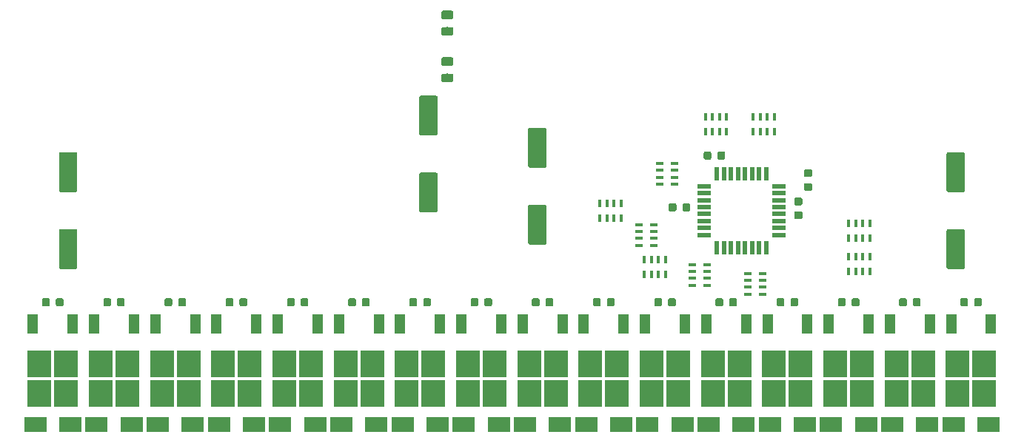
<source format=gbr>
G04 #@! TF.GenerationSoftware,KiCad,Pcbnew,(5.1.2)-2*
G04 #@! TF.CreationDate,2019-08-10T22:07:06-04:00*
G04 #@! TF.ProjectId,midi-solenoid-driver,6d696469-2d73-46f6-9c65-6e6f69642d64,rev?*
G04 #@! TF.SameCoordinates,Original*
G04 #@! TF.FileFunction,Paste,Top*
G04 #@! TF.FilePolarity,Positive*
%FSLAX46Y46*%
G04 Gerber Fmt 4.6, Leading zero omitted, Abs format (unit mm)*
G04 Created by KiCad (PCBNEW (5.1.2)-2) date 2019-08-10 22:07:06*
%MOMM*%
%LPD*%
G04 APERTURE LIST*
%ADD10C,0.100000*%
%ADD11C,0.875000*%
%ADD12C,0.975000*%
%ADD13C,2.100000*%
%ADD14R,2.500000X1.800000*%
%ADD15R,1.200000X2.200000*%
%ADD16R,2.750000X3.050000*%
%ADD17R,0.900000X0.400000*%
%ADD18R,0.400000X0.900000*%
%ADD19R,1.600000X0.550000*%
%ADD20R,0.550000X1.600000*%
G04 APERTURE END LIST*
D10*
G36*
X319492691Y-110905053D02*
G01*
X319513926Y-110908203D01*
X319534750Y-110913419D01*
X319554962Y-110920651D01*
X319574368Y-110929830D01*
X319592781Y-110940866D01*
X319610024Y-110953654D01*
X319625930Y-110968070D01*
X319640346Y-110983976D01*
X319653134Y-111001219D01*
X319664170Y-111019632D01*
X319673349Y-111039038D01*
X319680581Y-111059250D01*
X319685797Y-111080074D01*
X319688947Y-111101309D01*
X319690000Y-111122750D01*
X319690000Y-111635250D01*
X319688947Y-111656691D01*
X319685797Y-111677926D01*
X319680581Y-111698750D01*
X319673349Y-111718962D01*
X319664170Y-111738368D01*
X319653134Y-111756781D01*
X319640346Y-111774024D01*
X319625930Y-111789930D01*
X319610024Y-111804346D01*
X319592781Y-111817134D01*
X319574368Y-111828170D01*
X319554962Y-111837349D01*
X319534750Y-111844581D01*
X319513926Y-111849797D01*
X319492691Y-111852947D01*
X319471250Y-111854000D01*
X319033750Y-111854000D01*
X319012309Y-111852947D01*
X318991074Y-111849797D01*
X318970250Y-111844581D01*
X318950038Y-111837349D01*
X318930632Y-111828170D01*
X318912219Y-111817134D01*
X318894976Y-111804346D01*
X318879070Y-111789930D01*
X318864654Y-111774024D01*
X318851866Y-111756781D01*
X318840830Y-111738368D01*
X318831651Y-111718962D01*
X318824419Y-111698750D01*
X318819203Y-111677926D01*
X318816053Y-111656691D01*
X318815000Y-111635250D01*
X318815000Y-111122750D01*
X318816053Y-111101309D01*
X318819203Y-111080074D01*
X318824419Y-111059250D01*
X318831651Y-111039038D01*
X318840830Y-111019632D01*
X318851866Y-111001219D01*
X318864654Y-110983976D01*
X318879070Y-110968070D01*
X318894976Y-110953654D01*
X318912219Y-110940866D01*
X318930632Y-110929830D01*
X318950038Y-110920651D01*
X318970250Y-110913419D01*
X318991074Y-110908203D01*
X319012309Y-110905053D01*
X319033750Y-110904000D01*
X319471250Y-110904000D01*
X319492691Y-110905053D01*
X319492691Y-110905053D01*
G37*
D11*
X319252500Y-111379000D03*
D10*
G36*
X321067691Y-110905053D02*
G01*
X321088926Y-110908203D01*
X321109750Y-110913419D01*
X321129962Y-110920651D01*
X321149368Y-110929830D01*
X321167781Y-110940866D01*
X321185024Y-110953654D01*
X321200930Y-110968070D01*
X321215346Y-110983976D01*
X321228134Y-111001219D01*
X321239170Y-111019632D01*
X321248349Y-111039038D01*
X321255581Y-111059250D01*
X321260797Y-111080074D01*
X321263947Y-111101309D01*
X321265000Y-111122750D01*
X321265000Y-111635250D01*
X321263947Y-111656691D01*
X321260797Y-111677926D01*
X321255581Y-111698750D01*
X321248349Y-111718962D01*
X321239170Y-111738368D01*
X321228134Y-111756781D01*
X321215346Y-111774024D01*
X321200930Y-111789930D01*
X321185024Y-111804346D01*
X321167781Y-111817134D01*
X321149368Y-111828170D01*
X321129962Y-111837349D01*
X321109750Y-111844581D01*
X321088926Y-111849797D01*
X321067691Y-111852947D01*
X321046250Y-111854000D01*
X320608750Y-111854000D01*
X320587309Y-111852947D01*
X320566074Y-111849797D01*
X320545250Y-111844581D01*
X320525038Y-111837349D01*
X320505632Y-111828170D01*
X320487219Y-111817134D01*
X320469976Y-111804346D01*
X320454070Y-111789930D01*
X320439654Y-111774024D01*
X320426866Y-111756781D01*
X320415830Y-111738368D01*
X320406651Y-111718962D01*
X320399419Y-111698750D01*
X320394203Y-111677926D01*
X320391053Y-111656691D01*
X320390000Y-111635250D01*
X320390000Y-111122750D01*
X320391053Y-111101309D01*
X320394203Y-111080074D01*
X320399419Y-111059250D01*
X320406651Y-111039038D01*
X320415830Y-111019632D01*
X320426866Y-111001219D01*
X320439654Y-110983976D01*
X320454070Y-110968070D01*
X320469976Y-110953654D01*
X320487219Y-110940866D01*
X320505632Y-110929830D01*
X320525038Y-110920651D01*
X320545250Y-110913419D01*
X320566074Y-110908203D01*
X320587309Y-110905053D01*
X320608750Y-110904000D01*
X321046250Y-110904000D01*
X321067691Y-110905053D01*
X321067691Y-110905053D01*
G37*
D11*
X320827500Y-111379000D03*
D10*
G36*
X333906691Y-111857053D02*
G01*
X333927926Y-111860203D01*
X333948750Y-111865419D01*
X333968962Y-111872651D01*
X333988368Y-111881830D01*
X334006781Y-111892866D01*
X334024024Y-111905654D01*
X334039930Y-111920070D01*
X334054346Y-111935976D01*
X334067134Y-111953219D01*
X334078170Y-111971632D01*
X334087349Y-111991038D01*
X334094581Y-112011250D01*
X334099797Y-112032074D01*
X334102947Y-112053309D01*
X334104000Y-112074750D01*
X334104000Y-112512250D01*
X334102947Y-112533691D01*
X334099797Y-112554926D01*
X334094581Y-112575750D01*
X334087349Y-112595962D01*
X334078170Y-112615368D01*
X334067134Y-112633781D01*
X334054346Y-112651024D01*
X334039930Y-112666930D01*
X334024024Y-112681346D01*
X334006781Y-112694134D01*
X333988368Y-112705170D01*
X333968962Y-112714349D01*
X333948750Y-112721581D01*
X333927926Y-112726797D01*
X333906691Y-112729947D01*
X333885250Y-112731000D01*
X333372750Y-112731000D01*
X333351309Y-112729947D01*
X333330074Y-112726797D01*
X333309250Y-112721581D01*
X333289038Y-112714349D01*
X333269632Y-112705170D01*
X333251219Y-112694134D01*
X333233976Y-112681346D01*
X333218070Y-112666930D01*
X333203654Y-112651024D01*
X333190866Y-112633781D01*
X333179830Y-112615368D01*
X333170651Y-112595962D01*
X333163419Y-112575750D01*
X333158203Y-112554926D01*
X333155053Y-112533691D01*
X333154000Y-112512250D01*
X333154000Y-112074750D01*
X333155053Y-112053309D01*
X333158203Y-112032074D01*
X333163419Y-112011250D01*
X333170651Y-111991038D01*
X333179830Y-111971632D01*
X333190866Y-111953219D01*
X333203654Y-111935976D01*
X333218070Y-111920070D01*
X333233976Y-111905654D01*
X333251219Y-111892866D01*
X333269632Y-111881830D01*
X333289038Y-111872651D01*
X333309250Y-111865419D01*
X333330074Y-111860203D01*
X333351309Y-111857053D01*
X333372750Y-111856000D01*
X333885250Y-111856000D01*
X333906691Y-111857053D01*
X333906691Y-111857053D01*
G37*
D11*
X333629000Y-112293500D03*
D10*
G36*
X333906691Y-110282053D02*
G01*
X333927926Y-110285203D01*
X333948750Y-110290419D01*
X333968962Y-110297651D01*
X333988368Y-110306830D01*
X334006781Y-110317866D01*
X334024024Y-110330654D01*
X334039930Y-110345070D01*
X334054346Y-110360976D01*
X334067134Y-110378219D01*
X334078170Y-110396632D01*
X334087349Y-110416038D01*
X334094581Y-110436250D01*
X334099797Y-110457074D01*
X334102947Y-110478309D01*
X334104000Y-110499750D01*
X334104000Y-110937250D01*
X334102947Y-110958691D01*
X334099797Y-110979926D01*
X334094581Y-111000750D01*
X334087349Y-111020962D01*
X334078170Y-111040368D01*
X334067134Y-111058781D01*
X334054346Y-111076024D01*
X334039930Y-111091930D01*
X334024024Y-111106346D01*
X334006781Y-111119134D01*
X333988368Y-111130170D01*
X333968962Y-111139349D01*
X333948750Y-111146581D01*
X333927926Y-111151797D01*
X333906691Y-111154947D01*
X333885250Y-111156000D01*
X333372750Y-111156000D01*
X333351309Y-111154947D01*
X333330074Y-111151797D01*
X333309250Y-111146581D01*
X333289038Y-111139349D01*
X333269632Y-111130170D01*
X333251219Y-111119134D01*
X333233976Y-111106346D01*
X333218070Y-111091930D01*
X333203654Y-111076024D01*
X333190866Y-111058781D01*
X333179830Y-111040368D01*
X333170651Y-111020962D01*
X333163419Y-111000750D01*
X333158203Y-110979926D01*
X333155053Y-110958691D01*
X333154000Y-110937250D01*
X333154000Y-110499750D01*
X333155053Y-110478309D01*
X333158203Y-110457074D01*
X333163419Y-110436250D01*
X333170651Y-110416038D01*
X333179830Y-110396632D01*
X333190866Y-110378219D01*
X333203654Y-110360976D01*
X333218070Y-110345070D01*
X333233976Y-110330654D01*
X333251219Y-110317866D01*
X333269632Y-110306830D01*
X333289038Y-110297651D01*
X333309250Y-110290419D01*
X333330074Y-110285203D01*
X333351309Y-110282053D01*
X333372750Y-110281000D01*
X333885250Y-110281000D01*
X333906691Y-110282053D01*
X333906691Y-110282053D01*
G37*
D11*
X333629000Y-110718500D03*
D10*
G36*
X293977142Y-90748174D02*
G01*
X294000803Y-90751684D01*
X294024007Y-90757496D01*
X294046529Y-90765554D01*
X294068153Y-90775782D01*
X294088670Y-90788079D01*
X294107883Y-90802329D01*
X294125607Y-90818393D01*
X294141671Y-90836117D01*
X294155921Y-90855330D01*
X294168218Y-90875847D01*
X294178446Y-90897471D01*
X294186504Y-90919993D01*
X294192316Y-90943197D01*
X294195826Y-90966858D01*
X294197000Y-90990750D01*
X294197000Y-91478250D01*
X294195826Y-91502142D01*
X294192316Y-91525803D01*
X294186504Y-91549007D01*
X294178446Y-91571529D01*
X294168218Y-91593153D01*
X294155921Y-91613670D01*
X294141671Y-91632883D01*
X294125607Y-91650607D01*
X294107883Y-91666671D01*
X294088670Y-91680921D01*
X294068153Y-91693218D01*
X294046529Y-91703446D01*
X294024007Y-91711504D01*
X294000803Y-91717316D01*
X293977142Y-91720826D01*
X293953250Y-91722000D01*
X293040750Y-91722000D01*
X293016858Y-91720826D01*
X292993197Y-91717316D01*
X292969993Y-91711504D01*
X292947471Y-91703446D01*
X292925847Y-91693218D01*
X292905330Y-91680921D01*
X292886117Y-91666671D01*
X292868393Y-91650607D01*
X292852329Y-91632883D01*
X292838079Y-91613670D01*
X292825782Y-91593153D01*
X292815554Y-91571529D01*
X292807496Y-91549007D01*
X292801684Y-91525803D01*
X292798174Y-91502142D01*
X292797000Y-91478250D01*
X292797000Y-90990750D01*
X292798174Y-90966858D01*
X292801684Y-90943197D01*
X292807496Y-90919993D01*
X292815554Y-90897471D01*
X292825782Y-90875847D01*
X292838079Y-90855330D01*
X292852329Y-90836117D01*
X292868393Y-90818393D01*
X292886117Y-90802329D01*
X292905330Y-90788079D01*
X292925847Y-90775782D01*
X292947471Y-90765554D01*
X292969993Y-90757496D01*
X292993197Y-90751684D01*
X293016858Y-90748174D01*
X293040750Y-90747000D01*
X293953250Y-90747000D01*
X293977142Y-90748174D01*
X293977142Y-90748174D01*
G37*
D12*
X293497000Y-91234500D03*
D10*
G36*
X293977142Y-88873174D02*
G01*
X294000803Y-88876684D01*
X294024007Y-88882496D01*
X294046529Y-88890554D01*
X294068153Y-88900782D01*
X294088670Y-88913079D01*
X294107883Y-88927329D01*
X294125607Y-88943393D01*
X294141671Y-88961117D01*
X294155921Y-88980330D01*
X294168218Y-89000847D01*
X294178446Y-89022471D01*
X294186504Y-89044993D01*
X294192316Y-89068197D01*
X294195826Y-89091858D01*
X294197000Y-89115750D01*
X294197000Y-89603250D01*
X294195826Y-89627142D01*
X294192316Y-89650803D01*
X294186504Y-89674007D01*
X294178446Y-89696529D01*
X294168218Y-89718153D01*
X294155921Y-89738670D01*
X294141671Y-89757883D01*
X294125607Y-89775607D01*
X294107883Y-89791671D01*
X294088670Y-89805921D01*
X294068153Y-89818218D01*
X294046529Y-89828446D01*
X294024007Y-89836504D01*
X294000803Y-89842316D01*
X293977142Y-89845826D01*
X293953250Y-89847000D01*
X293040750Y-89847000D01*
X293016858Y-89845826D01*
X292993197Y-89842316D01*
X292969993Y-89836504D01*
X292947471Y-89828446D01*
X292925847Y-89818218D01*
X292905330Y-89805921D01*
X292886117Y-89791671D01*
X292868393Y-89775607D01*
X292852329Y-89757883D01*
X292838079Y-89738670D01*
X292825782Y-89718153D01*
X292815554Y-89696529D01*
X292807496Y-89674007D01*
X292801684Y-89650803D01*
X292798174Y-89627142D01*
X292797000Y-89603250D01*
X292797000Y-89115750D01*
X292798174Y-89091858D01*
X292801684Y-89068197D01*
X292807496Y-89044993D01*
X292815554Y-89022471D01*
X292825782Y-89000847D01*
X292838079Y-88980330D01*
X292852329Y-88961117D01*
X292868393Y-88943393D01*
X292886117Y-88927329D01*
X292905330Y-88913079D01*
X292925847Y-88900782D01*
X292947471Y-88890554D01*
X292969993Y-88882496D01*
X292993197Y-88876684D01*
X293016858Y-88873174D01*
X293040750Y-88872000D01*
X293953250Y-88872000D01*
X293977142Y-88873174D01*
X293977142Y-88873174D01*
G37*
D12*
X293497000Y-89359500D03*
D10*
G36*
X293977142Y-94207174D02*
G01*
X294000803Y-94210684D01*
X294024007Y-94216496D01*
X294046529Y-94224554D01*
X294068153Y-94234782D01*
X294088670Y-94247079D01*
X294107883Y-94261329D01*
X294125607Y-94277393D01*
X294141671Y-94295117D01*
X294155921Y-94314330D01*
X294168218Y-94334847D01*
X294178446Y-94356471D01*
X294186504Y-94378993D01*
X294192316Y-94402197D01*
X294195826Y-94425858D01*
X294197000Y-94449750D01*
X294197000Y-94937250D01*
X294195826Y-94961142D01*
X294192316Y-94984803D01*
X294186504Y-95008007D01*
X294178446Y-95030529D01*
X294168218Y-95052153D01*
X294155921Y-95072670D01*
X294141671Y-95091883D01*
X294125607Y-95109607D01*
X294107883Y-95125671D01*
X294088670Y-95139921D01*
X294068153Y-95152218D01*
X294046529Y-95162446D01*
X294024007Y-95170504D01*
X294000803Y-95176316D01*
X293977142Y-95179826D01*
X293953250Y-95181000D01*
X293040750Y-95181000D01*
X293016858Y-95179826D01*
X292993197Y-95176316D01*
X292969993Y-95170504D01*
X292947471Y-95162446D01*
X292925847Y-95152218D01*
X292905330Y-95139921D01*
X292886117Y-95125671D01*
X292868393Y-95109607D01*
X292852329Y-95091883D01*
X292838079Y-95072670D01*
X292825782Y-95052153D01*
X292815554Y-95030529D01*
X292807496Y-95008007D01*
X292801684Y-94984803D01*
X292798174Y-94961142D01*
X292797000Y-94937250D01*
X292797000Y-94449750D01*
X292798174Y-94425858D01*
X292801684Y-94402197D01*
X292807496Y-94378993D01*
X292815554Y-94356471D01*
X292825782Y-94334847D01*
X292838079Y-94314330D01*
X292852329Y-94295117D01*
X292868393Y-94277393D01*
X292886117Y-94261329D01*
X292905330Y-94247079D01*
X292925847Y-94234782D01*
X292947471Y-94224554D01*
X292969993Y-94216496D01*
X292993197Y-94210684D01*
X293016858Y-94207174D01*
X293040750Y-94206000D01*
X293953250Y-94206000D01*
X293977142Y-94207174D01*
X293977142Y-94207174D01*
G37*
D12*
X293497000Y-94693500D03*
D10*
G36*
X293977142Y-96082174D02*
G01*
X294000803Y-96085684D01*
X294024007Y-96091496D01*
X294046529Y-96099554D01*
X294068153Y-96109782D01*
X294088670Y-96122079D01*
X294107883Y-96136329D01*
X294125607Y-96152393D01*
X294141671Y-96170117D01*
X294155921Y-96189330D01*
X294168218Y-96209847D01*
X294178446Y-96231471D01*
X294186504Y-96253993D01*
X294192316Y-96277197D01*
X294195826Y-96300858D01*
X294197000Y-96324750D01*
X294197000Y-96812250D01*
X294195826Y-96836142D01*
X294192316Y-96859803D01*
X294186504Y-96883007D01*
X294178446Y-96905529D01*
X294168218Y-96927153D01*
X294155921Y-96947670D01*
X294141671Y-96966883D01*
X294125607Y-96984607D01*
X294107883Y-97000671D01*
X294088670Y-97014921D01*
X294068153Y-97027218D01*
X294046529Y-97037446D01*
X294024007Y-97045504D01*
X294000803Y-97051316D01*
X293977142Y-97054826D01*
X293953250Y-97056000D01*
X293040750Y-97056000D01*
X293016858Y-97054826D01*
X292993197Y-97051316D01*
X292969993Y-97045504D01*
X292947471Y-97037446D01*
X292925847Y-97027218D01*
X292905330Y-97014921D01*
X292886117Y-97000671D01*
X292868393Y-96984607D01*
X292852329Y-96966883D01*
X292838079Y-96947670D01*
X292825782Y-96927153D01*
X292815554Y-96905529D01*
X292807496Y-96883007D01*
X292801684Y-96859803D01*
X292798174Y-96836142D01*
X292797000Y-96812250D01*
X292797000Y-96324750D01*
X292798174Y-96300858D01*
X292801684Y-96277197D01*
X292807496Y-96253993D01*
X292815554Y-96231471D01*
X292825782Y-96209847D01*
X292838079Y-96189330D01*
X292852329Y-96170117D01*
X292868393Y-96152393D01*
X292886117Y-96136329D01*
X292905330Y-96122079D01*
X292925847Y-96109782D01*
X292947471Y-96099554D01*
X292969993Y-96091496D01*
X292993197Y-96085684D01*
X293016858Y-96082174D01*
X293040750Y-96081000D01*
X293953250Y-96081000D01*
X293977142Y-96082174D01*
X293977142Y-96082174D01*
G37*
D12*
X293497000Y-96568500D03*
D10*
G36*
X304608594Y-102267203D02*
G01*
X304632853Y-102270802D01*
X304656642Y-102276761D01*
X304679733Y-102285023D01*
X304701902Y-102295508D01*
X304722937Y-102308116D01*
X304742635Y-102322725D01*
X304760806Y-102339194D01*
X304777275Y-102357365D01*
X304791884Y-102377063D01*
X304804492Y-102398098D01*
X304814977Y-102420267D01*
X304823239Y-102443358D01*
X304829198Y-102467147D01*
X304832797Y-102491406D01*
X304834000Y-102515900D01*
X304834000Y-106616100D01*
X304832797Y-106640594D01*
X304829198Y-106664853D01*
X304823239Y-106688642D01*
X304814977Y-106711733D01*
X304804492Y-106733902D01*
X304791884Y-106754937D01*
X304777275Y-106774635D01*
X304760806Y-106792806D01*
X304742635Y-106809275D01*
X304722937Y-106823884D01*
X304701902Y-106836492D01*
X304679733Y-106846977D01*
X304656642Y-106855239D01*
X304632853Y-106861198D01*
X304608594Y-106864797D01*
X304584100Y-106866000D01*
X302983900Y-106866000D01*
X302959406Y-106864797D01*
X302935147Y-106861198D01*
X302911358Y-106855239D01*
X302888267Y-106846977D01*
X302866098Y-106836492D01*
X302845063Y-106823884D01*
X302825365Y-106809275D01*
X302807194Y-106792806D01*
X302790725Y-106774635D01*
X302776116Y-106754937D01*
X302763508Y-106733902D01*
X302753023Y-106711733D01*
X302744761Y-106688642D01*
X302738802Y-106664853D01*
X302735203Y-106640594D01*
X302734000Y-106616100D01*
X302734000Y-102515900D01*
X302735203Y-102491406D01*
X302738802Y-102467147D01*
X302744761Y-102443358D01*
X302753023Y-102420267D01*
X302763508Y-102398098D01*
X302776116Y-102377063D01*
X302790725Y-102357365D01*
X302807194Y-102339194D01*
X302825365Y-102322725D01*
X302845063Y-102308116D01*
X302866098Y-102295508D01*
X302888267Y-102285023D01*
X302911358Y-102276761D01*
X302935147Y-102270802D01*
X302959406Y-102267203D01*
X302983900Y-102266000D01*
X304584100Y-102266000D01*
X304608594Y-102267203D01*
X304608594Y-102267203D01*
G37*
D13*
X303784000Y-104566000D03*
D10*
G36*
X304608594Y-111067203D02*
G01*
X304632853Y-111070802D01*
X304656642Y-111076761D01*
X304679733Y-111085023D01*
X304701902Y-111095508D01*
X304722937Y-111108116D01*
X304742635Y-111122725D01*
X304760806Y-111139194D01*
X304777275Y-111157365D01*
X304791884Y-111177063D01*
X304804492Y-111198098D01*
X304814977Y-111220267D01*
X304823239Y-111243358D01*
X304829198Y-111267147D01*
X304832797Y-111291406D01*
X304834000Y-111315900D01*
X304834000Y-115416100D01*
X304832797Y-115440594D01*
X304829198Y-115464853D01*
X304823239Y-115488642D01*
X304814977Y-115511733D01*
X304804492Y-115533902D01*
X304791884Y-115554937D01*
X304777275Y-115574635D01*
X304760806Y-115592806D01*
X304742635Y-115609275D01*
X304722937Y-115623884D01*
X304701902Y-115636492D01*
X304679733Y-115646977D01*
X304656642Y-115655239D01*
X304632853Y-115661198D01*
X304608594Y-115664797D01*
X304584100Y-115666000D01*
X302983900Y-115666000D01*
X302959406Y-115664797D01*
X302935147Y-115661198D01*
X302911358Y-115655239D01*
X302888267Y-115646977D01*
X302866098Y-115636492D01*
X302845063Y-115623884D01*
X302825365Y-115609275D01*
X302807194Y-115592806D01*
X302790725Y-115574635D01*
X302776116Y-115554937D01*
X302763508Y-115533902D01*
X302753023Y-115511733D01*
X302744761Y-115488642D01*
X302738802Y-115464853D01*
X302735203Y-115440594D01*
X302734000Y-115416100D01*
X302734000Y-111315900D01*
X302735203Y-111291406D01*
X302738802Y-111267147D01*
X302744761Y-111243358D01*
X302753023Y-111220267D01*
X302763508Y-111198098D01*
X302776116Y-111177063D01*
X302790725Y-111157365D01*
X302807194Y-111139194D01*
X302825365Y-111122725D01*
X302845063Y-111108116D01*
X302866098Y-111095508D01*
X302888267Y-111085023D01*
X302911358Y-111076761D01*
X302935147Y-111070802D01*
X302959406Y-111067203D01*
X302983900Y-111066000D01*
X304584100Y-111066000D01*
X304608594Y-111067203D01*
X304608594Y-111067203D01*
G37*
D13*
X303784000Y-113366000D03*
D10*
G36*
X352458504Y-113857204D02*
G01*
X352482773Y-113860804D01*
X352506571Y-113866765D01*
X352529671Y-113875030D01*
X352551849Y-113885520D01*
X352572893Y-113898133D01*
X352592598Y-113912747D01*
X352610777Y-113929223D01*
X352627253Y-113947402D01*
X352641867Y-113967107D01*
X352654480Y-113988151D01*
X352664970Y-114010329D01*
X352673235Y-114033429D01*
X352679196Y-114057227D01*
X352682796Y-114081496D01*
X352684000Y-114106000D01*
X352684000Y-118206000D01*
X352682796Y-118230504D01*
X352679196Y-118254773D01*
X352673235Y-118278571D01*
X352664970Y-118301671D01*
X352654480Y-118323849D01*
X352641867Y-118344893D01*
X352627253Y-118364598D01*
X352610777Y-118382777D01*
X352592598Y-118399253D01*
X352572893Y-118413867D01*
X352551849Y-118426480D01*
X352529671Y-118436970D01*
X352506571Y-118445235D01*
X352482773Y-118451196D01*
X352458504Y-118454796D01*
X352434000Y-118456000D01*
X350834000Y-118456000D01*
X350809496Y-118454796D01*
X350785227Y-118451196D01*
X350761429Y-118445235D01*
X350738329Y-118436970D01*
X350716151Y-118426480D01*
X350695107Y-118413867D01*
X350675402Y-118399253D01*
X350657223Y-118382777D01*
X350640747Y-118364598D01*
X350626133Y-118344893D01*
X350613520Y-118323849D01*
X350603030Y-118301671D01*
X350594765Y-118278571D01*
X350588804Y-118254773D01*
X350585204Y-118230504D01*
X350584000Y-118206000D01*
X350584000Y-114106000D01*
X350585204Y-114081496D01*
X350588804Y-114057227D01*
X350594765Y-114033429D01*
X350603030Y-114010329D01*
X350613520Y-113988151D01*
X350626133Y-113967107D01*
X350640747Y-113947402D01*
X350657223Y-113929223D01*
X350675402Y-113912747D01*
X350695107Y-113898133D01*
X350716151Y-113885520D01*
X350738329Y-113875030D01*
X350761429Y-113866765D01*
X350785227Y-113860804D01*
X350809496Y-113857204D01*
X350834000Y-113856000D01*
X352434000Y-113856000D01*
X352458504Y-113857204D01*
X352458504Y-113857204D01*
G37*
D13*
X351634000Y-116156000D03*
D10*
G36*
X352458504Y-105057204D02*
G01*
X352482773Y-105060804D01*
X352506571Y-105066765D01*
X352529671Y-105075030D01*
X352551849Y-105085520D01*
X352572893Y-105098133D01*
X352592598Y-105112747D01*
X352610777Y-105129223D01*
X352627253Y-105147402D01*
X352641867Y-105167107D01*
X352654480Y-105188151D01*
X352664970Y-105210329D01*
X352673235Y-105233429D01*
X352679196Y-105257227D01*
X352682796Y-105281496D01*
X352684000Y-105306000D01*
X352684000Y-109406000D01*
X352682796Y-109430504D01*
X352679196Y-109454773D01*
X352673235Y-109478571D01*
X352664970Y-109501671D01*
X352654480Y-109523849D01*
X352641867Y-109544893D01*
X352627253Y-109564598D01*
X352610777Y-109582777D01*
X352592598Y-109599253D01*
X352572893Y-109613867D01*
X352551849Y-109626480D01*
X352529671Y-109636970D01*
X352506571Y-109645235D01*
X352482773Y-109651196D01*
X352458504Y-109654796D01*
X352434000Y-109656000D01*
X350834000Y-109656000D01*
X350809496Y-109654796D01*
X350785227Y-109651196D01*
X350761429Y-109645235D01*
X350738329Y-109636970D01*
X350716151Y-109626480D01*
X350695107Y-109613867D01*
X350675402Y-109599253D01*
X350657223Y-109582777D01*
X350640747Y-109564598D01*
X350626133Y-109544893D01*
X350613520Y-109523849D01*
X350603030Y-109501671D01*
X350594765Y-109478571D01*
X350588804Y-109454773D01*
X350585204Y-109430504D01*
X350584000Y-109406000D01*
X350584000Y-105306000D01*
X350585204Y-105281496D01*
X350588804Y-105257227D01*
X350594765Y-105233429D01*
X350603030Y-105210329D01*
X350613520Y-105188151D01*
X350626133Y-105167107D01*
X350640747Y-105147402D01*
X350657223Y-105129223D01*
X350675402Y-105112747D01*
X350695107Y-105098133D01*
X350716151Y-105085520D01*
X350738329Y-105075030D01*
X350761429Y-105066765D01*
X350785227Y-105060804D01*
X350809496Y-105057204D01*
X350834000Y-105056000D01*
X352434000Y-105056000D01*
X352458504Y-105057204D01*
X352458504Y-105057204D01*
G37*
D13*
X351634000Y-107356000D03*
D10*
G36*
X250958594Y-105057203D02*
G01*
X250982853Y-105060802D01*
X251006642Y-105066761D01*
X251029733Y-105075023D01*
X251051902Y-105085508D01*
X251072937Y-105098116D01*
X251092635Y-105112725D01*
X251110806Y-105129194D01*
X251127275Y-105147365D01*
X251141884Y-105167063D01*
X251154492Y-105188098D01*
X251164977Y-105210267D01*
X251173239Y-105233358D01*
X251179198Y-105257147D01*
X251182797Y-105281406D01*
X251184000Y-105305900D01*
X251184000Y-109406100D01*
X251182797Y-109430594D01*
X251179198Y-109454853D01*
X251173239Y-109478642D01*
X251164977Y-109501733D01*
X251154492Y-109523902D01*
X251141884Y-109544937D01*
X251127275Y-109564635D01*
X251110806Y-109582806D01*
X251092635Y-109599275D01*
X251072937Y-109613884D01*
X251051902Y-109626492D01*
X251029733Y-109636977D01*
X251006642Y-109645239D01*
X250982853Y-109651198D01*
X250958594Y-109654797D01*
X250934100Y-109656000D01*
X249333900Y-109656000D01*
X249309406Y-109654797D01*
X249285147Y-109651198D01*
X249261358Y-109645239D01*
X249238267Y-109636977D01*
X249216098Y-109626492D01*
X249195063Y-109613884D01*
X249175365Y-109599275D01*
X249157194Y-109582806D01*
X249140725Y-109564635D01*
X249126116Y-109544937D01*
X249113508Y-109523902D01*
X249103023Y-109501733D01*
X249094761Y-109478642D01*
X249088802Y-109454853D01*
X249085203Y-109430594D01*
X249084000Y-109406100D01*
X249084000Y-105305900D01*
X249085203Y-105281406D01*
X249088802Y-105257147D01*
X249094761Y-105233358D01*
X249103023Y-105210267D01*
X249113508Y-105188098D01*
X249126116Y-105167063D01*
X249140725Y-105147365D01*
X249157194Y-105129194D01*
X249175365Y-105112725D01*
X249195063Y-105098116D01*
X249216098Y-105085508D01*
X249238267Y-105075023D01*
X249261358Y-105066761D01*
X249285147Y-105060802D01*
X249309406Y-105057203D01*
X249333900Y-105056000D01*
X250934100Y-105056000D01*
X250958594Y-105057203D01*
X250958594Y-105057203D01*
G37*
D13*
X250134000Y-107356000D03*
D10*
G36*
X250958594Y-113857203D02*
G01*
X250982853Y-113860802D01*
X251006642Y-113866761D01*
X251029733Y-113875023D01*
X251051902Y-113885508D01*
X251072937Y-113898116D01*
X251092635Y-113912725D01*
X251110806Y-113929194D01*
X251127275Y-113947365D01*
X251141884Y-113967063D01*
X251154492Y-113988098D01*
X251164977Y-114010267D01*
X251173239Y-114033358D01*
X251179198Y-114057147D01*
X251182797Y-114081406D01*
X251184000Y-114105900D01*
X251184000Y-118206100D01*
X251182797Y-118230594D01*
X251179198Y-118254853D01*
X251173239Y-118278642D01*
X251164977Y-118301733D01*
X251154492Y-118323902D01*
X251141884Y-118344937D01*
X251127275Y-118364635D01*
X251110806Y-118382806D01*
X251092635Y-118399275D01*
X251072937Y-118413884D01*
X251051902Y-118426492D01*
X251029733Y-118436977D01*
X251006642Y-118445239D01*
X250982853Y-118451198D01*
X250958594Y-118454797D01*
X250934100Y-118456000D01*
X249333900Y-118456000D01*
X249309406Y-118454797D01*
X249285147Y-118451198D01*
X249261358Y-118445239D01*
X249238267Y-118436977D01*
X249216098Y-118426492D01*
X249195063Y-118413884D01*
X249175365Y-118399275D01*
X249157194Y-118382806D01*
X249140725Y-118364635D01*
X249126116Y-118344937D01*
X249113508Y-118323902D01*
X249103023Y-118301733D01*
X249094761Y-118278642D01*
X249088802Y-118254853D01*
X249085203Y-118230594D01*
X249084000Y-118206100D01*
X249084000Y-114105900D01*
X249085203Y-114081406D01*
X249088802Y-114057147D01*
X249094761Y-114033358D01*
X249103023Y-114010267D01*
X249113508Y-113988098D01*
X249126116Y-113967063D01*
X249140725Y-113947365D01*
X249157194Y-113929194D01*
X249175365Y-113912725D01*
X249195063Y-113898116D01*
X249216098Y-113885508D01*
X249238267Y-113875023D01*
X249261358Y-113866761D01*
X249285147Y-113860802D01*
X249309406Y-113857203D01*
X249333900Y-113856000D01*
X250934100Y-113856000D01*
X250958594Y-113857203D01*
X250958594Y-113857203D01*
G37*
D13*
X250134000Y-116156000D03*
D10*
G36*
X292162594Y-98584203D02*
G01*
X292186853Y-98587802D01*
X292210642Y-98593761D01*
X292233733Y-98602023D01*
X292255902Y-98612508D01*
X292276937Y-98625116D01*
X292296635Y-98639725D01*
X292314806Y-98656194D01*
X292331275Y-98674365D01*
X292345884Y-98694063D01*
X292358492Y-98715098D01*
X292368977Y-98737267D01*
X292377239Y-98760358D01*
X292383198Y-98784147D01*
X292386797Y-98808406D01*
X292388000Y-98832900D01*
X292388000Y-102933100D01*
X292386797Y-102957594D01*
X292383198Y-102981853D01*
X292377239Y-103005642D01*
X292368977Y-103028733D01*
X292358492Y-103050902D01*
X292345884Y-103071937D01*
X292331275Y-103091635D01*
X292314806Y-103109806D01*
X292296635Y-103126275D01*
X292276937Y-103140884D01*
X292255902Y-103153492D01*
X292233733Y-103163977D01*
X292210642Y-103172239D01*
X292186853Y-103178198D01*
X292162594Y-103181797D01*
X292138100Y-103183000D01*
X290537900Y-103183000D01*
X290513406Y-103181797D01*
X290489147Y-103178198D01*
X290465358Y-103172239D01*
X290442267Y-103163977D01*
X290420098Y-103153492D01*
X290399063Y-103140884D01*
X290379365Y-103126275D01*
X290361194Y-103109806D01*
X290344725Y-103091635D01*
X290330116Y-103071937D01*
X290317508Y-103050902D01*
X290307023Y-103028733D01*
X290298761Y-103005642D01*
X290292802Y-102981853D01*
X290289203Y-102957594D01*
X290288000Y-102933100D01*
X290288000Y-98832900D01*
X290289203Y-98808406D01*
X290292802Y-98784147D01*
X290298761Y-98760358D01*
X290307023Y-98737267D01*
X290317508Y-98715098D01*
X290330116Y-98694063D01*
X290344725Y-98674365D01*
X290361194Y-98656194D01*
X290379365Y-98639725D01*
X290399063Y-98625116D01*
X290420098Y-98612508D01*
X290442267Y-98602023D01*
X290465358Y-98593761D01*
X290489147Y-98587802D01*
X290513406Y-98584203D01*
X290537900Y-98583000D01*
X292138100Y-98583000D01*
X292162594Y-98584203D01*
X292162594Y-98584203D01*
G37*
D13*
X291338000Y-100883000D03*
D10*
G36*
X292162594Y-107384203D02*
G01*
X292186853Y-107387802D01*
X292210642Y-107393761D01*
X292233733Y-107402023D01*
X292255902Y-107412508D01*
X292276937Y-107425116D01*
X292296635Y-107439725D01*
X292314806Y-107456194D01*
X292331275Y-107474365D01*
X292345884Y-107494063D01*
X292358492Y-107515098D01*
X292368977Y-107537267D01*
X292377239Y-107560358D01*
X292383198Y-107584147D01*
X292386797Y-107608406D01*
X292388000Y-107632900D01*
X292388000Y-111733100D01*
X292386797Y-111757594D01*
X292383198Y-111781853D01*
X292377239Y-111805642D01*
X292368977Y-111828733D01*
X292358492Y-111850902D01*
X292345884Y-111871937D01*
X292331275Y-111891635D01*
X292314806Y-111909806D01*
X292296635Y-111926275D01*
X292276937Y-111940884D01*
X292255902Y-111953492D01*
X292233733Y-111963977D01*
X292210642Y-111972239D01*
X292186853Y-111978198D01*
X292162594Y-111981797D01*
X292138100Y-111983000D01*
X290537900Y-111983000D01*
X290513406Y-111981797D01*
X290489147Y-111978198D01*
X290465358Y-111972239D01*
X290442267Y-111963977D01*
X290420098Y-111953492D01*
X290399063Y-111940884D01*
X290379365Y-111926275D01*
X290361194Y-111909806D01*
X290344725Y-111891635D01*
X290330116Y-111871937D01*
X290317508Y-111850902D01*
X290307023Y-111828733D01*
X290298761Y-111805642D01*
X290292802Y-111781853D01*
X290289203Y-111757594D01*
X290288000Y-111733100D01*
X290288000Y-107632900D01*
X290289203Y-107608406D01*
X290292802Y-107584147D01*
X290298761Y-107560358D01*
X290307023Y-107537267D01*
X290317508Y-107515098D01*
X290330116Y-107494063D01*
X290344725Y-107474365D01*
X290361194Y-107456194D01*
X290379365Y-107439725D01*
X290399063Y-107425116D01*
X290420098Y-107412508D01*
X290442267Y-107402023D01*
X290465358Y-107393761D01*
X290489147Y-107387802D01*
X290513406Y-107384203D01*
X290537900Y-107383000D01*
X292138100Y-107383000D01*
X292162594Y-107384203D01*
X292162594Y-107384203D01*
G37*
D13*
X291338000Y-109683000D03*
D14*
X250384000Y-136256000D03*
X246384000Y-136256000D03*
X257384000Y-136256000D03*
X253384000Y-136256000D03*
X260384000Y-136256000D03*
X264384000Y-136256000D03*
X267384000Y-136256000D03*
X271384000Y-136256000D03*
X278384000Y-136256000D03*
X274384000Y-136256000D03*
X285384000Y-136256000D03*
X281384000Y-136256000D03*
X288384000Y-136256000D03*
X292384000Y-136256000D03*
X295384000Y-136256000D03*
X299384000Y-136256000D03*
X302384000Y-136256000D03*
X306384000Y-136256000D03*
X313384000Y-136256000D03*
X309384000Y-136256000D03*
X320384000Y-136256000D03*
X316384000Y-136256000D03*
X323384000Y-136256000D03*
X327384000Y-136256000D03*
X334384000Y-136256000D03*
X330384000Y-136256000D03*
X341384000Y-136256000D03*
X337384000Y-136256000D03*
X344384000Y-136256000D03*
X348384000Y-136256000D03*
X351384000Y-136256000D03*
X355384000Y-136256000D03*
D10*
G36*
X247836691Y-121782053D02*
G01*
X247857926Y-121785203D01*
X247878750Y-121790419D01*
X247898962Y-121797651D01*
X247918368Y-121806830D01*
X247936781Y-121817866D01*
X247954024Y-121830654D01*
X247969930Y-121845070D01*
X247984346Y-121860976D01*
X247997134Y-121878219D01*
X248008170Y-121896632D01*
X248017349Y-121916038D01*
X248024581Y-121936250D01*
X248029797Y-121957074D01*
X248032947Y-121978309D01*
X248034000Y-121999750D01*
X248034000Y-122512250D01*
X248032947Y-122533691D01*
X248029797Y-122554926D01*
X248024581Y-122575750D01*
X248017349Y-122595962D01*
X248008170Y-122615368D01*
X247997134Y-122633781D01*
X247984346Y-122651024D01*
X247969930Y-122666930D01*
X247954024Y-122681346D01*
X247936781Y-122694134D01*
X247918368Y-122705170D01*
X247898962Y-122714349D01*
X247878750Y-122721581D01*
X247857926Y-122726797D01*
X247836691Y-122729947D01*
X247815250Y-122731000D01*
X247377750Y-122731000D01*
X247356309Y-122729947D01*
X247335074Y-122726797D01*
X247314250Y-122721581D01*
X247294038Y-122714349D01*
X247274632Y-122705170D01*
X247256219Y-122694134D01*
X247238976Y-122681346D01*
X247223070Y-122666930D01*
X247208654Y-122651024D01*
X247195866Y-122633781D01*
X247184830Y-122615368D01*
X247175651Y-122595962D01*
X247168419Y-122575750D01*
X247163203Y-122554926D01*
X247160053Y-122533691D01*
X247159000Y-122512250D01*
X247159000Y-121999750D01*
X247160053Y-121978309D01*
X247163203Y-121957074D01*
X247168419Y-121936250D01*
X247175651Y-121916038D01*
X247184830Y-121896632D01*
X247195866Y-121878219D01*
X247208654Y-121860976D01*
X247223070Y-121845070D01*
X247238976Y-121830654D01*
X247256219Y-121817866D01*
X247274632Y-121806830D01*
X247294038Y-121797651D01*
X247314250Y-121790419D01*
X247335074Y-121785203D01*
X247356309Y-121782053D01*
X247377750Y-121781000D01*
X247815250Y-121781000D01*
X247836691Y-121782053D01*
X247836691Y-121782053D01*
G37*
D11*
X247596500Y-122256000D03*
D10*
G36*
X249411691Y-121782053D02*
G01*
X249432926Y-121785203D01*
X249453750Y-121790419D01*
X249473962Y-121797651D01*
X249493368Y-121806830D01*
X249511781Y-121817866D01*
X249529024Y-121830654D01*
X249544930Y-121845070D01*
X249559346Y-121860976D01*
X249572134Y-121878219D01*
X249583170Y-121896632D01*
X249592349Y-121916038D01*
X249599581Y-121936250D01*
X249604797Y-121957074D01*
X249607947Y-121978309D01*
X249609000Y-121999750D01*
X249609000Y-122512250D01*
X249607947Y-122533691D01*
X249604797Y-122554926D01*
X249599581Y-122575750D01*
X249592349Y-122595962D01*
X249583170Y-122615368D01*
X249572134Y-122633781D01*
X249559346Y-122651024D01*
X249544930Y-122666930D01*
X249529024Y-122681346D01*
X249511781Y-122694134D01*
X249493368Y-122705170D01*
X249473962Y-122714349D01*
X249453750Y-122721581D01*
X249432926Y-122726797D01*
X249411691Y-122729947D01*
X249390250Y-122731000D01*
X248952750Y-122731000D01*
X248931309Y-122729947D01*
X248910074Y-122726797D01*
X248889250Y-122721581D01*
X248869038Y-122714349D01*
X248849632Y-122705170D01*
X248831219Y-122694134D01*
X248813976Y-122681346D01*
X248798070Y-122666930D01*
X248783654Y-122651024D01*
X248770866Y-122633781D01*
X248759830Y-122615368D01*
X248750651Y-122595962D01*
X248743419Y-122575750D01*
X248738203Y-122554926D01*
X248735053Y-122533691D01*
X248734000Y-122512250D01*
X248734000Y-121999750D01*
X248735053Y-121978309D01*
X248738203Y-121957074D01*
X248743419Y-121936250D01*
X248750651Y-121916038D01*
X248759830Y-121896632D01*
X248770866Y-121878219D01*
X248783654Y-121860976D01*
X248798070Y-121845070D01*
X248813976Y-121830654D01*
X248831219Y-121817866D01*
X248849632Y-121806830D01*
X248869038Y-121797651D01*
X248889250Y-121790419D01*
X248910074Y-121785203D01*
X248931309Y-121782053D01*
X248952750Y-121781000D01*
X249390250Y-121781000D01*
X249411691Y-121782053D01*
X249411691Y-121782053D01*
G37*
D11*
X249171500Y-122256000D03*
D10*
G36*
X256411691Y-121782053D02*
G01*
X256432926Y-121785203D01*
X256453750Y-121790419D01*
X256473962Y-121797651D01*
X256493368Y-121806830D01*
X256511781Y-121817866D01*
X256529024Y-121830654D01*
X256544930Y-121845070D01*
X256559346Y-121860976D01*
X256572134Y-121878219D01*
X256583170Y-121896632D01*
X256592349Y-121916038D01*
X256599581Y-121936250D01*
X256604797Y-121957074D01*
X256607947Y-121978309D01*
X256609000Y-121999750D01*
X256609000Y-122512250D01*
X256607947Y-122533691D01*
X256604797Y-122554926D01*
X256599581Y-122575750D01*
X256592349Y-122595962D01*
X256583170Y-122615368D01*
X256572134Y-122633781D01*
X256559346Y-122651024D01*
X256544930Y-122666930D01*
X256529024Y-122681346D01*
X256511781Y-122694134D01*
X256493368Y-122705170D01*
X256473962Y-122714349D01*
X256453750Y-122721581D01*
X256432926Y-122726797D01*
X256411691Y-122729947D01*
X256390250Y-122731000D01*
X255952750Y-122731000D01*
X255931309Y-122729947D01*
X255910074Y-122726797D01*
X255889250Y-122721581D01*
X255869038Y-122714349D01*
X255849632Y-122705170D01*
X255831219Y-122694134D01*
X255813976Y-122681346D01*
X255798070Y-122666930D01*
X255783654Y-122651024D01*
X255770866Y-122633781D01*
X255759830Y-122615368D01*
X255750651Y-122595962D01*
X255743419Y-122575750D01*
X255738203Y-122554926D01*
X255735053Y-122533691D01*
X255734000Y-122512250D01*
X255734000Y-121999750D01*
X255735053Y-121978309D01*
X255738203Y-121957074D01*
X255743419Y-121936250D01*
X255750651Y-121916038D01*
X255759830Y-121896632D01*
X255770866Y-121878219D01*
X255783654Y-121860976D01*
X255798070Y-121845070D01*
X255813976Y-121830654D01*
X255831219Y-121817866D01*
X255849632Y-121806830D01*
X255869038Y-121797651D01*
X255889250Y-121790419D01*
X255910074Y-121785203D01*
X255931309Y-121782053D01*
X255952750Y-121781000D01*
X256390250Y-121781000D01*
X256411691Y-121782053D01*
X256411691Y-121782053D01*
G37*
D11*
X256171500Y-122256000D03*
D10*
G36*
X254836691Y-121782053D02*
G01*
X254857926Y-121785203D01*
X254878750Y-121790419D01*
X254898962Y-121797651D01*
X254918368Y-121806830D01*
X254936781Y-121817866D01*
X254954024Y-121830654D01*
X254969930Y-121845070D01*
X254984346Y-121860976D01*
X254997134Y-121878219D01*
X255008170Y-121896632D01*
X255017349Y-121916038D01*
X255024581Y-121936250D01*
X255029797Y-121957074D01*
X255032947Y-121978309D01*
X255034000Y-121999750D01*
X255034000Y-122512250D01*
X255032947Y-122533691D01*
X255029797Y-122554926D01*
X255024581Y-122575750D01*
X255017349Y-122595962D01*
X255008170Y-122615368D01*
X254997134Y-122633781D01*
X254984346Y-122651024D01*
X254969930Y-122666930D01*
X254954024Y-122681346D01*
X254936781Y-122694134D01*
X254918368Y-122705170D01*
X254898962Y-122714349D01*
X254878750Y-122721581D01*
X254857926Y-122726797D01*
X254836691Y-122729947D01*
X254815250Y-122731000D01*
X254377750Y-122731000D01*
X254356309Y-122729947D01*
X254335074Y-122726797D01*
X254314250Y-122721581D01*
X254294038Y-122714349D01*
X254274632Y-122705170D01*
X254256219Y-122694134D01*
X254238976Y-122681346D01*
X254223070Y-122666930D01*
X254208654Y-122651024D01*
X254195866Y-122633781D01*
X254184830Y-122615368D01*
X254175651Y-122595962D01*
X254168419Y-122575750D01*
X254163203Y-122554926D01*
X254160053Y-122533691D01*
X254159000Y-122512250D01*
X254159000Y-121999750D01*
X254160053Y-121978309D01*
X254163203Y-121957074D01*
X254168419Y-121936250D01*
X254175651Y-121916038D01*
X254184830Y-121896632D01*
X254195866Y-121878219D01*
X254208654Y-121860976D01*
X254223070Y-121845070D01*
X254238976Y-121830654D01*
X254256219Y-121817866D01*
X254274632Y-121806830D01*
X254294038Y-121797651D01*
X254314250Y-121790419D01*
X254335074Y-121785203D01*
X254356309Y-121782053D01*
X254377750Y-121781000D01*
X254815250Y-121781000D01*
X254836691Y-121782053D01*
X254836691Y-121782053D01*
G37*
D11*
X254596500Y-122256000D03*
D10*
G36*
X263411691Y-121782053D02*
G01*
X263432926Y-121785203D01*
X263453750Y-121790419D01*
X263473962Y-121797651D01*
X263493368Y-121806830D01*
X263511781Y-121817866D01*
X263529024Y-121830654D01*
X263544930Y-121845070D01*
X263559346Y-121860976D01*
X263572134Y-121878219D01*
X263583170Y-121896632D01*
X263592349Y-121916038D01*
X263599581Y-121936250D01*
X263604797Y-121957074D01*
X263607947Y-121978309D01*
X263609000Y-121999750D01*
X263609000Y-122512250D01*
X263607947Y-122533691D01*
X263604797Y-122554926D01*
X263599581Y-122575750D01*
X263592349Y-122595962D01*
X263583170Y-122615368D01*
X263572134Y-122633781D01*
X263559346Y-122651024D01*
X263544930Y-122666930D01*
X263529024Y-122681346D01*
X263511781Y-122694134D01*
X263493368Y-122705170D01*
X263473962Y-122714349D01*
X263453750Y-122721581D01*
X263432926Y-122726797D01*
X263411691Y-122729947D01*
X263390250Y-122731000D01*
X262952750Y-122731000D01*
X262931309Y-122729947D01*
X262910074Y-122726797D01*
X262889250Y-122721581D01*
X262869038Y-122714349D01*
X262849632Y-122705170D01*
X262831219Y-122694134D01*
X262813976Y-122681346D01*
X262798070Y-122666930D01*
X262783654Y-122651024D01*
X262770866Y-122633781D01*
X262759830Y-122615368D01*
X262750651Y-122595962D01*
X262743419Y-122575750D01*
X262738203Y-122554926D01*
X262735053Y-122533691D01*
X262734000Y-122512250D01*
X262734000Y-121999750D01*
X262735053Y-121978309D01*
X262738203Y-121957074D01*
X262743419Y-121936250D01*
X262750651Y-121916038D01*
X262759830Y-121896632D01*
X262770866Y-121878219D01*
X262783654Y-121860976D01*
X262798070Y-121845070D01*
X262813976Y-121830654D01*
X262831219Y-121817866D01*
X262849632Y-121806830D01*
X262869038Y-121797651D01*
X262889250Y-121790419D01*
X262910074Y-121785203D01*
X262931309Y-121782053D01*
X262952750Y-121781000D01*
X263390250Y-121781000D01*
X263411691Y-121782053D01*
X263411691Y-121782053D01*
G37*
D11*
X263171500Y-122256000D03*
D10*
G36*
X261836691Y-121782053D02*
G01*
X261857926Y-121785203D01*
X261878750Y-121790419D01*
X261898962Y-121797651D01*
X261918368Y-121806830D01*
X261936781Y-121817866D01*
X261954024Y-121830654D01*
X261969930Y-121845070D01*
X261984346Y-121860976D01*
X261997134Y-121878219D01*
X262008170Y-121896632D01*
X262017349Y-121916038D01*
X262024581Y-121936250D01*
X262029797Y-121957074D01*
X262032947Y-121978309D01*
X262034000Y-121999750D01*
X262034000Y-122512250D01*
X262032947Y-122533691D01*
X262029797Y-122554926D01*
X262024581Y-122575750D01*
X262017349Y-122595962D01*
X262008170Y-122615368D01*
X261997134Y-122633781D01*
X261984346Y-122651024D01*
X261969930Y-122666930D01*
X261954024Y-122681346D01*
X261936781Y-122694134D01*
X261918368Y-122705170D01*
X261898962Y-122714349D01*
X261878750Y-122721581D01*
X261857926Y-122726797D01*
X261836691Y-122729947D01*
X261815250Y-122731000D01*
X261377750Y-122731000D01*
X261356309Y-122729947D01*
X261335074Y-122726797D01*
X261314250Y-122721581D01*
X261294038Y-122714349D01*
X261274632Y-122705170D01*
X261256219Y-122694134D01*
X261238976Y-122681346D01*
X261223070Y-122666930D01*
X261208654Y-122651024D01*
X261195866Y-122633781D01*
X261184830Y-122615368D01*
X261175651Y-122595962D01*
X261168419Y-122575750D01*
X261163203Y-122554926D01*
X261160053Y-122533691D01*
X261159000Y-122512250D01*
X261159000Y-121999750D01*
X261160053Y-121978309D01*
X261163203Y-121957074D01*
X261168419Y-121936250D01*
X261175651Y-121916038D01*
X261184830Y-121896632D01*
X261195866Y-121878219D01*
X261208654Y-121860976D01*
X261223070Y-121845070D01*
X261238976Y-121830654D01*
X261256219Y-121817866D01*
X261274632Y-121806830D01*
X261294038Y-121797651D01*
X261314250Y-121790419D01*
X261335074Y-121785203D01*
X261356309Y-121782053D01*
X261377750Y-121781000D01*
X261815250Y-121781000D01*
X261836691Y-121782053D01*
X261836691Y-121782053D01*
G37*
D11*
X261596500Y-122256000D03*
D10*
G36*
X268836691Y-121782053D02*
G01*
X268857926Y-121785203D01*
X268878750Y-121790419D01*
X268898962Y-121797651D01*
X268918368Y-121806830D01*
X268936781Y-121817866D01*
X268954024Y-121830654D01*
X268969930Y-121845070D01*
X268984346Y-121860976D01*
X268997134Y-121878219D01*
X269008170Y-121896632D01*
X269017349Y-121916038D01*
X269024581Y-121936250D01*
X269029797Y-121957074D01*
X269032947Y-121978309D01*
X269034000Y-121999750D01*
X269034000Y-122512250D01*
X269032947Y-122533691D01*
X269029797Y-122554926D01*
X269024581Y-122575750D01*
X269017349Y-122595962D01*
X269008170Y-122615368D01*
X268997134Y-122633781D01*
X268984346Y-122651024D01*
X268969930Y-122666930D01*
X268954024Y-122681346D01*
X268936781Y-122694134D01*
X268918368Y-122705170D01*
X268898962Y-122714349D01*
X268878750Y-122721581D01*
X268857926Y-122726797D01*
X268836691Y-122729947D01*
X268815250Y-122731000D01*
X268377750Y-122731000D01*
X268356309Y-122729947D01*
X268335074Y-122726797D01*
X268314250Y-122721581D01*
X268294038Y-122714349D01*
X268274632Y-122705170D01*
X268256219Y-122694134D01*
X268238976Y-122681346D01*
X268223070Y-122666930D01*
X268208654Y-122651024D01*
X268195866Y-122633781D01*
X268184830Y-122615368D01*
X268175651Y-122595962D01*
X268168419Y-122575750D01*
X268163203Y-122554926D01*
X268160053Y-122533691D01*
X268159000Y-122512250D01*
X268159000Y-121999750D01*
X268160053Y-121978309D01*
X268163203Y-121957074D01*
X268168419Y-121936250D01*
X268175651Y-121916038D01*
X268184830Y-121896632D01*
X268195866Y-121878219D01*
X268208654Y-121860976D01*
X268223070Y-121845070D01*
X268238976Y-121830654D01*
X268256219Y-121817866D01*
X268274632Y-121806830D01*
X268294038Y-121797651D01*
X268314250Y-121790419D01*
X268335074Y-121785203D01*
X268356309Y-121782053D01*
X268377750Y-121781000D01*
X268815250Y-121781000D01*
X268836691Y-121782053D01*
X268836691Y-121782053D01*
G37*
D11*
X268596500Y-122256000D03*
D10*
G36*
X270411691Y-121782053D02*
G01*
X270432926Y-121785203D01*
X270453750Y-121790419D01*
X270473962Y-121797651D01*
X270493368Y-121806830D01*
X270511781Y-121817866D01*
X270529024Y-121830654D01*
X270544930Y-121845070D01*
X270559346Y-121860976D01*
X270572134Y-121878219D01*
X270583170Y-121896632D01*
X270592349Y-121916038D01*
X270599581Y-121936250D01*
X270604797Y-121957074D01*
X270607947Y-121978309D01*
X270609000Y-121999750D01*
X270609000Y-122512250D01*
X270607947Y-122533691D01*
X270604797Y-122554926D01*
X270599581Y-122575750D01*
X270592349Y-122595962D01*
X270583170Y-122615368D01*
X270572134Y-122633781D01*
X270559346Y-122651024D01*
X270544930Y-122666930D01*
X270529024Y-122681346D01*
X270511781Y-122694134D01*
X270493368Y-122705170D01*
X270473962Y-122714349D01*
X270453750Y-122721581D01*
X270432926Y-122726797D01*
X270411691Y-122729947D01*
X270390250Y-122731000D01*
X269952750Y-122731000D01*
X269931309Y-122729947D01*
X269910074Y-122726797D01*
X269889250Y-122721581D01*
X269869038Y-122714349D01*
X269849632Y-122705170D01*
X269831219Y-122694134D01*
X269813976Y-122681346D01*
X269798070Y-122666930D01*
X269783654Y-122651024D01*
X269770866Y-122633781D01*
X269759830Y-122615368D01*
X269750651Y-122595962D01*
X269743419Y-122575750D01*
X269738203Y-122554926D01*
X269735053Y-122533691D01*
X269734000Y-122512250D01*
X269734000Y-121999750D01*
X269735053Y-121978309D01*
X269738203Y-121957074D01*
X269743419Y-121936250D01*
X269750651Y-121916038D01*
X269759830Y-121896632D01*
X269770866Y-121878219D01*
X269783654Y-121860976D01*
X269798070Y-121845070D01*
X269813976Y-121830654D01*
X269831219Y-121817866D01*
X269849632Y-121806830D01*
X269869038Y-121797651D01*
X269889250Y-121790419D01*
X269910074Y-121785203D01*
X269931309Y-121782053D01*
X269952750Y-121781000D01*
X270390250Y-121781000D01*
X270411691Y-121782053D01*
X270411691Y-121782053D01*
G37*
D11*
X270171500Y-122256000D03*
D10*
G36*
X275836691Y-121782053D02*
G01*
X275857926Y-121785203D01*
X275878750Y-121790419D01*
X275898962Y-121797651D01*
X275918368Y-121806830D01*
X275936781Y-121817866D01*
X275954024Y-121830654D01*
X275969930Y-121845070D01*
X275984346Y-121860976D01*
X275997134Y-121878219D01*
X276008170Y-121896632D01*
X276017349Y-121916038D01*
X276024581Y-121936250D01*
X276029797Y-121957074D01*
X276032947Y-121978309D01*
X276034000Y-121999750D01*
X276034000Y-122512250D01*
X276032947Y-122533691D01*
X276029797Y-122554926D01*
X276024581Y-122575750D01*
X276017349Y-122595962D01*
X276008170Y-122615368D01*
X275997134Y-122633781D01*
X275984346Y-122651024D01*
X275969930Y-122666930D01*
X275954024Y-122681346D01*
X275936781Y-122694134D01*
X275918368Y-122705170D01*
X275898962Y-122714349D01*
X275878750Y-122721581D01*
X275857926Y-122726797D01*
X275836691Y-122729947D01*
X275815250Y-122731000D01*
X275377750Y-122731000D01*
X275356309Y-122729947D01*
X275335074Y-122726797D01*
X275314250Y-122721581D01*
X275294038Y-122714349D01*
X275274632Y-122705170D01*
X275256219Y-122694134D01*
X275238976Y-122681346D01*
X275223070Y-122666930D01*
X275208654Y-122651024D01*
X275195866Y-122633781D01*
X275184830Y-122615368D01*
X275175651Y-122595962D01*
X275168419Y-122575750D01*
X275163203Y-122554926D01*
X275160053Y-122533691D01*
X275159000Y-122512250D01*
X275159000Y-121999750D01*
X275160053Y-121978309D01*
X275163203Y-121957074D01*
X275168419Y-121936250D01*
X275175651Y-121916038D01*
X275184830Y-121896632D01*
X275195866Y-121878219D01*
X275208654Y-121860976D01*
X275223070Y-121845070D01*
X275238976Y-121830654D01*
X275256219Y-121817866D01*
X275274632Y-121806830D01*
X275294038Y-121797651D01*
X275314250Y-121790419D01*
X275335074Y-121785203D01*
X275356309Y-121782053D01*
X275377750Y-121781000D01*
X275815250Y-121781000D01*
X275836691Y-121782053D01*
X275836691Y-121782053D01*
G37*
D11*
X275596500Y-122256000D03*
D10*
G36*
X277411691Y-121782053D02*
G01*
X277432926Y-121785203D01*
X277453750Y-121790419D01*
X277473962Y-121797651D01*
X277493368Y-121806830D01*
X277511781Y-121817866D01*
X277529024Y-121830654D01*
X277544930Y-121845070D01*
X277559346Y-121860976D01*
X277572134Y-121878219D01*
X277583170Y-121896632D01*
X277592349Y-121916038D01*
X277599581Y-121936250D01*
X277604797Y-121957074D01*
X277607947Y-121978309D01*
X277609000Y-121999750D01*
X277609000Y-122512250D01*
X277607947Y-122533691D01*
X277604797Y-122554926D01*
X277599581Y-122575750D01*
X277592349Y-122595962D01*
X277583170Y-122615368D01*
X277572134Y-122633781D01*
X277559346Y-122651024D01*
X277544930Y-122666930D01*
X277529024Y-122681346D01*
X277511781Y-122694134D01*
X277493368Y-122705170D01*
X277473962Y-122714349D01*
X277453750Y-122721581D01*
X277432926Y-122726797D01*
X277411691Y-122729947D01*
X277390250Y-122731000D01*
X276952750Y-122731000D01*
X276931309Y-122729947D01*
X276910074Y-122726797D01*
X276889250Y-122721581D01*
X276869038Y-122714349D01*
X276849632Y-122705170D01*
X276831219Y-122694134D01*
X276813976Y-122681346D01*
X276798070Y-122666930D01*
X276783654Y-122651024D01*
X276770866Y-122633781D01*
X276759830Y-122615368D01*
X276750651Y-122595962D01*
X276743419Y-122575750D01*
X276738203Y-122554926D01*
X276735053Y-122533691D01*
X276734000Y-122512250D01*
X276734000Y-121999750D01*
X276735053Y-121978309D01*
X276738203Y-121957074D01*
X276743419Y-121936250D01*
X276750651Y-121916038D01*
X276759830Y-121896632D01*
X276770866Y-121878219D01*
X276783654Y-121860976D01*
X276798070Y-121845070D01*
X276813976Y-121830654D01*
X276831219Y-121817866D01*
X276849632Y-121806830D01*
X276869038Y-121797651D01*
X276889250Y-121790419D01*
X276910074Y-121785203D01*
X276931309Y-121782053D01*
X276952750Y-121781000D01*
X277390250Y-121781000D01*
X277411691Y-121782053D01*
X277411691Y-121782053D01*
G37*
D11*
X277171500Y-122256000D03*
D10*
G36*
X284411691Y-121782053D02*
G01*
X284432926Y-121785203D01*
X284453750Y-121790419D01*
X284473962Y-121797651D01*
X284493368Y-121806830D01*
X284511781Y-121817866D01*
X284529024Y-121830654D01*
X284544930Y-121845070D01*
X284559346Y-121860976D01*
X284572134Y-121878219D01*
X284583170Y-121896632D01*
X284592349Y-121916038D01*
X284599581Y-121936250D01*
X284604797Y-121957074D01*
X284607947Y-121978309D01*
X284609000Y-121999750D01*
X284609000Y-122512250D01*
X284607947Y-122533691D01*
X284604797Y-122554926D01*
X284599581Y-122575750D01*
X284592349Y-122595962D01*
X284583170Y-122615368D01*
X284572134Y-122633781D01*
X284559346Y-122651024D01*
X284544930Y-122666930D01*
X284529024Y-122681346D01*
X284511781Y-122694134D01*
X284493368Y-122705170D01*
X284473962Y-122714349D01*
X284453750Y-122721581D01*
X284432926Y-122726797D01*
X284411691Y-122729947D01*
X284390250Y-122731000D01*
X283952750Y-122731000D01*
X283931309Y-122729947D01*
X283910074Y-122726797D01*
X283889250Y-122721581D01*
X283869038Y-122714349D01*
X283849632Y-122705170D01*
X283831219Y-122694134D01*
X283813976Y-122681346D01*
X283798070Y-122666930D01*
X283783654Y-122651024D01*
X283770866Y-122633781D01*
X283759830Y-122615368D01*
X283750651Y-122595962D01*
X283743419Y-122575750D01*
X283738203Y-122554926D01*
X283735053Y-122533691D01*
X283734000Y-122512250D01*
X283734000Y-121999750D01*
X283735053Y-121978309D01*
X283738203Y-121957074D01*
X283743419Y-121936250D01*
X283750651Y-121916038D01*
X283759830Y-121896632D01*
X283770866Y-121878219D01*
X283783654Y-121860976D01*
X283798070Y-121845070D01*
X283813976Y-121830654D01*
X283831219Y-121817866D01*
X283849632Y-121806830D01*
X283869038Y-121797651D01*
X283889250Y-121790419D01*
X283910074Y-121785203D01*
X283931309Y-121782053D01*
X283952750Y-121781000D01*
X284390250Y-121781000D01*
X284411691Y-121782053D01*
X284411691Y-121782053D01*
G37*
D11*
X284171500Y-122256000D03*
D10*
G36*
X282836691Y-121782053D02*
G01*
X282857926Y-121785203D01*
X282878750Y-121790419D01*
X282898962Y-121797651D01*
X282918368Y-121806830D01*
X282936781Y-121817866D01*
X282954024Y-121830654D01*
X282969930Y-121845070D01*
X282984346Y-121860976D01*
X282997134Y-121878219D01*
X283008170Y-121896632D01*
X283017349Y-121916038D01*
X283024581Y-121936250D01*
X283029797Y-121957074D01*
X283032947Y-121978309D01*
X283034000Y-121999750D01*
X283034000Y-122512250D01*
X283032947Y-122533691D01*
X283029797Y-122554926D01*
X283024581Y-122575750D01*
X283017349Y-122595962D01*
X283008170Y-122615368D01*
X282997134Y-122633781D01*
X282984346Y-122651024D01*
X282969930Y-122666930D01*
X282954024Y-122681346D01*
X282936781Y-122694134D01*
X282918368Y-122705170D01*
X282898962Y-122714349D01*
X282878750Y-122721581D01*
X282857926Y-122726797D01*
X282836691Y-122729947D01*
X282815250Y-122731000D01*
X282377750Y-122731000D01*
X282356309Y-122729947D01*
X282335074Y-122726797D01*
X282314250Y-122721581D01*
X282294038Y-122714349D01*
X282274632Y-122705170D01*
X282256219Y-122694134D01*
X282238976Y-122681346D01*
X282223070Y-122666930D01*
X282208654Y-122651024D01*
X282195866Y-122633781D01*
X282184830Y-122615368D01*
X282175651Y-122595962D01*
X282168419Y-122575750D01*
X282163203Y-122554926D01*
X282160053Y-122533691D01*
X282159000Y-122512250D01*
X282159000Y-121999750D01*
X282160053Y-121978309D01*
X282163203Y-121957074D01*
X282168419Y-121936250D01*
X282175651Y-121916038D01*
X282184830Y-121896632D01*
X282195866Y-121878219D01*
X282208654Y-121860976D01*
X282223070Y-121845070D01*
X282238976Y-121830654D01*
X282256219Y-121817866D01*
X282274632Y-121806830D01*
X282294038Y-121797651D01*
X282314250Y-121790419D01*
X282335074Y-121785203D01*
X282356309Y-121782053D01*
X282377750Y-121781000D01*
X282815250Y-121781000D01*
X282836691Y-121782053D01*
X282836691Y-121782053D01*
G37*
D11*
X282596500Y-122256000D03*
D10*
G36*
X291411691Y-121782053D02*
G01*
X291432926Y-121785203D01*
X291453750Y-121790419D01*
X291473962Y-121797651D01*
X291493368Y-121806830D01*
X291511781Y-121817866D01*
X291529024Y-121830654D01*
X291544930Y-121845070D01*
X291559346Y-121860976D01*
X291572134Y-121878219D01*
X291583170Y-121896632D01*
X291592349Y-121916038D01*
X291599581Y-121936250D01*
X291604797Y-121957074D01*
X291607947Y-121978309D01*
X291609000Y-121999750D01*
X291609000Y-122512250D01*
X291607947Y-122533691D01*
X291604797Y-122554926D01*
X291599581Y-122575750D01*
X291592349Y-122595962D01*
X291583170Y-122615368D01*
X291572134Y-122633781D01*
X291559346Y-122651024D01*
X291544930Y-122666930D01*
X291529024Y-122681346D01*
X291511781Y-122694134D01*
X291493368Y-122705170D01*
X291473962Y-122714349D01*
X291453750Y-122721581D01*
X291432926Y-122726797D01*
X291411691Y-122729947D01*
X291390250Y-122731000D01*
X290952750Y-122731000D01*
X290931309Y-122729947D01*
X290910074Y-122726797D01*
X290889250Y-122721581D01*
X290869038Y-122714349D01*
X290849632Y-122705170D01*
X290831219Y-122694134D01*
X290813976Y-122681346D01*
X290798070Y-122666930D01*
X290783654Y-122651024D01*
X290770866Y-122633781D01*
X290759830Y-122615368D01*
X290750651Y-122595962D01*
X290743419Y-122575750D01*
X290738203Y-122554926D01*
X290735053Y-122533691D01*
X290734000Y-122512250D01*
X290734000Y-121999750D01*
X290735053Y-121978309D01*
X290738203Y-121957074D01*
X290743419Y-121936250D01*
X290750651Y-121916038D01*
X290759830Y-121896632D01*
X290770866Y-121878219D01*
X290783654Y-121860976D01*
X290798070Y-121845070D01*
X290813976Y-121830654D01*
X290831219Y-121817866D01*
X290849632Y-121806830D01*
X290869038Y-121797651D01*
X290889250Y-121790419D01*
X290910074Y-121785203D01*
X290931309Y-121782053D01*
X290952750Y-121781000D01*
X291390250Y-121781000D01*
X291411691Y-121782053D01*
X291411691Y-121782053D01*
G37*
D11*
X291171500Y-122256000D03*
D10*
G36*
X289836691Y-121782053D02*
G01*
X289857926Y-121785203D01*
X289878750Y-121790419D01*
X289898962Y-121797651D01*
X289918368Y-121806830D01*
X289936781Y-121817866D01*
X289954024Y-121830654D01*
X289969930Y-121845070D01*
X289984346Y-121860976D01*
X289997134Y-121878219D01*
X290008170Y-121896632D01*
X290017349Y-121916038D01*
X290024581Y-121936250D01*
X290029797Y-121957074D01*
X290032947Y-121978309D01*
X290034000Y-121999750D01*
X290034000Y-122512250D01*
X290032947Y-122533691D01*
X290029797Y-122554926D01*
X290024581Y-122575750D01*
X290017349Y-122595962D01*
X290008170Y-122615368D01*
X289997134Y-122633781D01*
X289984346Y-122651024D01*
X289969930Y-122666930D01*
X289954024Y-122681346D01*
X289936781Y-122694134D01*
X289918368Y-122705170D01*
X289898962Y-122714349D01*
X289878750Y-122721581D01*
X289857926Y-122726797D01*
X289836691Y-122729947D01*
X289815250Y-122731000D01*
X289377750Y-122731000D01*
X289356309Y-122729947D01*
X289335074Y-122726797D01*
X289314250Y-122721581D01*
X289294038Y-122714349D01*
X289274632Y-122705170D01*
X289256219Y-122694134D01*
X289238976Y-122681346D01*
X289223070Y-122666930D01*
X289208654Y-122651024D01*
X289195866Y-122633781D01*
X289184830Y-122615368D01*
X289175651Y-122595962D01*
X289168419Y-122575750D01*
X289163203Y-122554926D01*
X289160053Y-122533691D01*
X289159000Y-122512250D01*
X289159000Y-121999750D01*
X289160053Y-121978309D01*
X289163203Y-121957074D01*
X289168419Y-121936250D01*
X289175651Y-121916038D01*
X289184830Y-121896632D01*
X289195866Y-121878219D01*
X289208654Y-121860976D01*
X289223070Y-121845070D01*
X289238976Y-121830654D01*
X289256219Y-121817866D01*
X289274632Y-121806830D01*
X289294038Y-121797651D01*
X289314250Y-121790419D01*
X289335074Y-121785203D01*
X289356309Y-121782053D01*
X289377750Y-121781000D01*
X289815250Y-121781000D01*
X289836691Y-121782053D01*
X289836691Y-121782053D01*
G37*
D11*
X289596500Y-122256000D03*
D10*
G36*
X296836691Y-121782053D02*
G01*
X296857926Y-121785203D01*
X296878750Y-121790419D01*
X296898962Y-121797651D01*
X296918368Y-121806830D01*
X296936781Y-121817866D01*
X296954024Y-121830654D01*
X296969930Y-121845070D01*
X296984346Y-121860976D01*
X296997134Y-121878219D01*
X297008170Y-121896632D01*
X297017349Y-121916038D01*
X297024581Y-121936250D01*
X297029797Y-121957074D01*
X297032947Y-121978309D01*
X297034000Y-121999750D01*
X297034000Y-122512250D01*
X297032947Y-122533691D01*
X297029797Y-122554926D01*
X297024581Y-122575750D01*
X297017349Y-122595962D01*
X297008170Y-122615368D01*
X296997134Y-122633781D01*
X296984346Y-122651024D01*
X296969930Y-122666930D01*
X296954024Y-122681346D01*
X296936781Y-122694134D01*
X296918368Y-122705170D01*
X296898962Y-122714349D01*
X296878750Y-122721581D01*
X296857926Y-122726797D01*
X296836691Y-122729947D01*
X296815250Y-122731000D01*
X296377750Y-122731000D01*
X296356309Y-122729947D01*
X296335074Y-122726797D01*
X296314250Y-122721581D01*
X296294038Y-122714349D01*
X296274632Y-122705170D01*
X296256219Y-122694134D01*
X296238976Y-122681346D01*
X296223070Y-122666930D01*
X296208654Y-122651024D01*
X296195866Y-122633781D01*
X296184830Y-122615368D01*
X296175651Y-122595962D01*
X296168419Y-122575750D01*
X296163203Y-122554926D01*
X296160053Y-122533691D01*
X296159000Y-122512250D01*
X296159000Y-121999750D01*
X296160053Y-121978309D01*
X296163203Y-121957074D01*
X296168419Y-121936250D01*
X296175651Y-121916038D01*
X296184830Y-121896632D01*
X296195866Y-121878219D01*
X296208654Y-121860976D01*
X296223070Y-121845070D01*
X296238976Y-121830654D01*
X296256219Y-121817866D01*
X296274632Y-121806830D01*
X296294038Y-121797651D01*
X296314250Y-121790419D01*
X296335074Y-121785203D01*
X296356309Y-121782053D01*
X296377750Y-121781000D01*
X296815250Y-121781000D01*
X296836691Y-121782053D01*
X296836691Y-121782053D01*
G37*
D11*
X296596500Y-122256000D03*
D10*
G36*
X298411691Y-121782053D02*
G01*
X298432926Y-121785203D01*
X298453750Y-121790419D01*
X298473962Y-121797651D01*
X298493368Y-121806830D01*
X298511781Y-121817866D01*
X298529024Y-121830654D01*
X298544930Y-121845070D01*
X298559346Y-121860976D01*
X298572134Y-121878219D01*
X298583170Y-121896632D01*
X298592349Y-121916038D01*
X298599581Y-121936250D01*
X298604797Y-121957074D01*
X298607947Y-121978309D01*
X298609000Y-121999750D01*
X298609000Y-122512250D01*
X298607947Y-122533691D01*
X298604797Y-122554926D01*
X298599581Y-122575750D01*
X298592349Y-122595962D01*
X298583170Y-122615368D01*
X298572134Y-122633781D01*
X298559346Y-122651024D01*
X298544930Y-122666930D01*
X298529024Y-122681346D01*
X298511781Y-122694134D01*
X298493368Y-122705170D01*
X298473962Y-122714349D01*
X298453750Y-122721581D01*
X298432926Y-122726797D01*
X298411691Y-122729947D01*
X298390250Y-122731000D01*
X297952750Y-122731000D01*
X297931309Y-122729947D01*
X297910074Y-122726797D01*
X297889250Y-122721581D01*
X297869038Y-122714349D01*
X297849632Y-122705170D01*
X297831219Y-122694134D01*
X297813976Y-122681346D01*
X297798070Y-122666930D01*
X297783654Y-122651024D01*
X297770866Y-122633781D01*
X297759830Y-122615368D01*
X297750651Y-122595962D01*
X297743419Y-122575750D01*
X297738203Y-122554926D01*
X297735053Y-122533691D01*
X297734000Y-122512250D01*
X297734000Y-121999750D01*
X297735053Y-121978309D01*
X297738203Y-121957074D01*
X297743419Y-121936250D01*
X297750651Y-121916038D01*
X297759830Y-121896632D01*
X297770866Y-121878219D01*
X297783654Y-121860976D01*
X297798070Y-121845070D01*
X297813976Y-121830654D01*
X297831219Y-121817866D01*
X297849632Y-121806830D01*
X297869038Y-121797651D01*
X297889250Y-121790419D01*
X297910074Y-121785203D01*
X297931309Y-121782053D01*
X297952750Y-121781000D01*
X298390250Y-121781000D01*
X298411691Y-121782053D01*
X298411691Y-121782053D01*
G37*
D11*
X298171500Y-122256000D03*
D10*
G36*
X303836691Y-121782053D02*
G01*
X303857926Y-121785203D01*
X303878750Y-121790419D01*
X303898962Y-121797651D01*
X303918368Y-121806830D01*
X303936781Y-121817866D01*
X303954024Y-121830654D01*
X303969930Y-121845070D01*
X303984346Y-121860976D01*
X303997134Y-121878219D01*
X304008170Y-121896632D01*
X304017349Y-121916038D01*
X304024581Y-121936250D01*
X304029797Y-121957074D01*
X304032947Y-121978309D01*
X304034000Y-121999750D01*
X304034000Y-122512250D01*
X304032947Y-122533691D01*
X304029797Y-122554926D01*
X304024581Y-122575750D01*
X304017349Y-122595962D01*
X304008170Y-122615368D01*
X303997134Y-122633781D01*
X303984346Y-122651024D01*
X303969930Y-122666930D01*
X303954024Y-122681346D01*
X303936781Y-122694134D01*
X303918368Y-122705170D01*
X303898962Y-122714349D01*
X303878750Y-122721581D01*
X303857926Y-122726797D01*
X303836691Y-122729947D01*
X303815250Y-122731000D01*
X303377750Y-122731000D01*
X303356309Y-122729947D01*
X303335074Y-122726797D01*
X303314250Y-122721581D01*
X303294038Y-122714349D01*
X303274632Y-122705170D01*
X303256219Y-122694134D01*
X303238976Y-122681346D01*
X303223070Y-122666930D01*
X303208654Y-122651024D01*
X303195866Y-122633781D01*
X303184830Y-122615368D01*
X303175651Y-122595962D01*
X303168419Y-122575750D01*
X303163203Y-122554926D01*
X303160053Y-122533691D01*
X303159000Y-122512250D01*
X303159000Y-121999750D01*
X303160053Y-121978309D01*
X303163203Y-121957074D01*
X303168419Y-121936250D01*
X303175651Y-121916038D01*
X303184830Y-121896632D01*
X303195866Y-121878219D01*
X303208654Y-121860976D01*
X303223070Y-121845070D01*
X303238976Y-121830654D01*
X303256219Y-121817866D01*
X303274632Y-121806830D01*
X303294038Y-121797651D01*
X303314250Y-121790419D01*
X303335074Y-121785203D01*
X303356309Y-121782053D01*
X303377750Y-121781000D01*
X303815250Y-121781000D01*
X303836691Y-121782053D01*
X303836691Y-121782053D01*
G37*
D11*
X303596500Y-122256000D03*
D10*
G36*
X305411691Y-121782053D02*
G01*
X305432926Y-121785203D01*
X305453750Y-121790419D01*
X305473962Y-121797651D01*
X305493368Y-121806830D01*
X305511781Y-121817866D01*
X305529024Y-121830654D01*
X305544930Y-121845070D01*
X305559346Y-121860976D01*
X305572134Y-121878219D01*
X305583170Y-121896632D01*
X305592349Y-121916038D01*
X305599581Y-121936250D01*
X305604797Y-121957074D01*
X305607947Y-121978309D01*
X305609000Y-121999750D01*
X305609000Y-122512250D01*
X305607947Y-122533691D01*
X305604797Y-122554926D01*
X305599581Y-122575750D01*
X305592349Y-122595962D01*
X305583170Y-122615368D01*
X305572134Y-122633781D01*
X305559346Y-122651024D01*
X305544930Y-122666930D01*
X305529024Y-122681346D01*
X305511781Y-122694134D01*
X305493368Y-122705170D01*
X305473962Y-122714349D01*
X305453750Y-122721581D01*
X305432926Y-122726797D01*
X305411691Y-122729947D01*
X305390250Y-122731000D01*
X304952750Y-122731000D01*
X304931309Y-122729947D01*
X304910074Y-122726797D01*
X304889250Y-122721581D01*
X304869038Y-122714349D01*
X304849632Y-122705170D01*
X304831219Y-122694134D01*
X304813976Y-122681346D01*
X304798070Y-122666930D01*
X304783654Y-122651024D01*
X304770866Y-122633781D01*
X304759830Y-122615368D01*
X304750651Y-122595962D01*
X304743419Y-122575750D01*
X304738203Y-122554926D01*
X304735053Y-122533691D01*
X304734000Y-122512250D01*
X304734000Y-121999750D01*
X304735053Y-121978309D01*
X304738203Y-121957074D01*
X304743419Y-121936250D01*
X304750651Y-121916038D01*
X304759830Y-121896632D01*
X304770866Y-121878219D01*
X304783654Y-121860976D01*
X304798070Y-121845070D01*
X304813976Y-121830654D01*
X304831219Y-121817866D01*
X304849632Y-121806830D01*
X304869038Y-121797651D01*
X304889250Y-121790419D01*
X304910074Y-121785203D01*
X304931309Y-121782053D01*
X304952750Y-121781000D01*
X305390250Y-121781000D01*
X305411691Y-121782053D01*
X305411691Y-121782053D01*
G37*
D11*
X305171500Y-122256000D03*
D10*
G36*
X310836691Y-121782053D02*
G01*
X310857926Y-121785203D01*
X310878750Y-121790419D01*
X310898962Y-121797651D01*
X310918368Y-121806830D01*
X310936781Y-121817866D01*
X310954024Y-121830654D01*
X310969930Y-121845070D01*
X310984346Y-121860976D01*
X310997134Y-121878219D01*
X311008170Y-121896632D01*
X311017349Y-121916038D01*
X311024581Y-121936250D01*
X311029797Y-121957074D01*
X311032947Y-121978309D01*
X311034000Y-121999750D01*
X311034000Y-122512250D01*
X311032947Y-122533691D01*
X311029797Y-122554926D01*
X311024581Y-122575750D01*
X311017349Y-122595962D01*
X311008170Y-122615368D01*
X310997134Y-122633781D01*
X310984346Y-122651024D01*
X310969930Y-122666930D01*
X310954024Y-122681346D01*
X310936781Y-122694134D01*
X310918368Y-122705170D01*
X310898962Y-122714349D01*
X310878750Y-122721581D01*
X310857926Y-122726797D01*
X310836691Y-122729947D01*
X310815250Y-122731000D01*
X310377750Y-122731000D01*
X310356309Y-122729947D01*
X310335074Y-122726797D01*
X310314250Y-122721581D01*
X310294038Y-122714349D01*
X310274632Y-122705170D01*
X310256219Y-122694134D01*
X310238976Y-122681346D01*
X310223070Y-122666930D01*
X310208654Y-122651024D01*
X310195866Y-122633781D01*
X310184830Y-122615368D01*
X310175651Y-122595962D01*
X310168419Y-122575750D01*
X310163203Y-122554926D01*
X310160053Y-122533691D01*
X310159000Y-122512250D01*
X310159000Y-121999750D01*
X310160053Y-121978309D01*
X310163203Y-121957074D01*
X310168419Y-121936250D01*
X310175651Y-121916038D01*
X310184830Y-121896632D01*
X310195866Y-121878219D01*
X310208654Y-121860976D01*
X310223070Y-121845070D01*
X310238976Y-121830654D01*
X310256219Y-121817866D01*
X310274632Y-121806830D01*
X310294038Y-121797651D01*
X310314250Y-121790419D01*
X310335074Y-121785203D01*
X310356309Y-121782053D01*
X310377750Y-121781000D01*
X310815250Y-121781000D01*
X310836691Y-121782053D01*
X310836691Y-121782053D01*
G37*
D11*
X310596500Y-122256000D03*
D10*
G36*
X312411691Y-121782053D02*
G01*
X312432926Y-121785203D01*
X312453750Y-121790419D01*
X312473962Y-121797651D01*
X312493368Y-121806830D01*
X312511781Y-121817866D01*
X312529024Y-121830654D01*
X312544930Y-121845070D01*
X312559346Y-121860976D01*
X312572134Y-121878219D01*
X312583170Y-121896632D01*
X312592349Y-121916038D01*
X312599581Y-121936250D01*
X312604797Y-121957074D01*
X312607947Y-121978309D01*
X312609000Y-121999750D01*
X312609000Y-122512250D01*
X312607947Y-122533691D01*
X312604797Y-122554926D01*
X312599581Y-122575750D01*
X312592349Y-122595962D01*
X312583170Y-122615368D01*
X312572134Y-122633781D01*
X312559346Y-122651024D01*
X312544930Y-122666930D01*
X312529024Y-122681346D01*
X312511781Y-122694134D01*
X312493368Y-122705170D01*
X312473962Y-122714349D01*
X312453750Y-122721581D01*
X312432926Y-122726797D01*
X312411691Y-122729947D01*
X312390250Y-122731000D01*
X311952750Y-122731000D01*
X311931309Y-122729947D01*
X311910074Y-122726797D01*
X311889250Y-122721581D01*
X311869038Y-122714349D01*
X311849632Y-122705170D01*
X311831219Y-122694134D01*
X311813976Y-122681346D01*
X311798070Y-122666930D01*
X311783654Y-122651024D01*
X311770866Y-122633781D01*
X311759830Y-122615368D01*
X311750651Y-122595962D01*
X311743419Y-122575750D01*
X311738203Y-122554926D01*
X311735053Y-122533691D01*
X311734000Y-122512250D01*
X311734000Y-121999750D01*
X311735053Y-121978309D01*
X311738203Y-121957074D01*
X311743419Y-121936250D01*
X311750651Y-121916038D01*
X311759830Y-121896632D01*
X311770866Y-121878219D01*
X311783654Y-121860976D01*
X311798070Y-121845070D01*
X311813976Y-121830654D01*
X311831219Y-121817866D01*
X311849632Y-121806830D01*
X311869038Y-121797651D01*
X311889250Y-121790419D01*
X311910074Y-121785203D01*
X311931309Y-121782053D01*
X311952750Y-121781000D01*
X312390250Y-121781000D01*
X312411691Y-121782053D01*
X312411691Y-121782053D01*
G37*
D11*
X312171500Y-122256000D03*
D10*
G36*
X319411691Y-121782053D02*
G01*
X319432926Y-121785203D01*
X319453750Y-121790419D01*
X319473962Y-121797651D01*
X319493368Y-121806830D01*
X319511781Y-121817866D01*
X319529024Y-121830654D01*
X319544930Y-121845070D01*
X319559346Y-121860976D01*
X319572134Y-121878219D01*
X319583170Y-121896632D01*
X319592349Y-121916038D01*
X319599581Y-121936250D01*
X319604797Y-121957074D01*
X319607947Y-121978309D01*
X319609000Y-121999750D01*
X319609000Y-122512250D01*
X319607947Y-122533691D01*
X319604797Y-122554926D01*
X319599581Y-122575750D01*
X319592349Y-122595962D01*
X319583170Y-122615368D01*
X319572134Y-122633781D01*
X319559346Y-122651024D01*
X319544930Y-122666930D01*
X319529024Y-122681346D01*
X319511781Y-122694134D01*
X319493368Y-122705170D01*
X319473962Y-122714349D01*
X319453750Y-122721581D01*
X319432926Y-122726797D01*
X319411691Y-122729947D01*
X319390250Y-122731000D01*
X318952750Y-122731000D01*
X318931309Y-122729947D01*
X318910074Y-122726797D01*
X318889250Y-122721581D01*
X318869038Y-122714349D01*
X318849632Y-122705170D01*
X318831219Y-122694134D01*
X318813976Y-122681346D01*
X318798070Y-122666930D01*
X318783654Y-122651024D01*
X318770866Y-122633781D01*
X318759830Y-122615368D01*
X318750651Y-122595962D01*
X318743419Y-122575750D01*
X318738203Y-122554926D01*
X318735053Y-122533691D01*
X318734000Y-122512250D01*
X318734000Y-121999750D01*
X318735053Y-121978309D01*
X318738203Y-121957074D01*
X318743419Y-121936250D01*
X318750651Y-121916038D01*
X318759830Y-121896632D01*
X318770866Y-121878219D01*
X318783654Y-121860976D01*
X318798070Y-121845070D01*
X318813976Y-121830654D01*
X318831219Y-121817866D01*
X318849632Y-121806830D01*
X318869038Y-121797651D01*
X318889250Y-121790419D01*
X318910074Y-121785203D01*
X318931309Y-121782053D01*
X318952750Y-121781000D01*
X319390250Y-121781000D01*
X319411691Y-121782053D01*
X319411691Y-121782053D01*
G37*
D11*
X319171500Y-122256000D03*
D10*
G36*
X317836691Y-121782053D02*
G01*
X317857926Y-121785203D01*
X317878750Y-121790419D01*
X317898962Y-121797651D01*
X317918368Y-121806830D01*
X317936781Y-121817866D01*
X317954024Y-121830654D01*
X317969930Y-121845070D01*
X317984346Y-121860976D01*
X317997134Y-121878219D01*
X318008170Y-121896632D01*
X318017349Y-121916038D01*
X318024581Y-121936250D01*
X318029797Y-121957074D01*
X318032947Y-121978309D01*
X318034000Y-121999750D01*
X318034000Y-122512250D01*
X318032947Y-122533691D01*
X318029797Y-122554926D01*
X318024581Y-122575750D01*
X318017349Y-122595962D01*
X318008170Y-122615368D01*
X317997134Y-122633781D01*
X317984346Y-122651024D01*
X317969930Y-122666930D01*
X317954024Y-122681346D01*
X317936781Y-122694134D01*
X317918368Y-122705170D01*
X317898962Y-122714349D01*
X317878750Y-122721581D01*
X317857926Y-122726797D01*
X317836691Y-122729947D01*
X317815250Y-122731000D01*
X317377750Y-122731000D01*
X317356309Y-122729947D01*
X317335074Y-122726797D01*
X317314250Y-122721581D01*
X317294038Y-122714349D01*
X317274632Y-122705170D01*
X317256219Y-122694134D01*
X317238976Y-122681346D01*
X317223070Y-122666930D01*
X317208654Y-122651024D01*
X317195866Y-122633781D01*
X317184830Y-122615368D01*
X317175651Y-122595962D01*
X317168419Y-122575750D01*
X317163203Y-122554926D01*
X317160053Y-122533691D01*
X317159000Y-122512250D01*
X317159000Y-121999750D01*
X317160053Y-121978309D01*
X317163203Y-121957074D01*
X317168419Y-121936250D01*
X317175651Y-121916038D01*
X317184830Y-121896632D01*
X317195866Y-121878219D01*
X317208654Y-121860976D01*
X317223070Y-121845070D01*
X317238976Y-121830654D01*
X317256219Y-121817866D01*
X317274632Y-121806830D01*
X317294038Y-121797651D01*
X317314250Y-121790419D01*
X317335074Y-121785203D01*
X317356309Y-121782053D01*
X317377750Y-121781000D01*
X317815250Y-121781000D01*
X317836691Y-121782053D01*
X317836691Y-121782053D01*
G37*
D11*
X317596500Y-122256000D03*
D10*
G36*
X326411691Y-121782053D02*
G01*
X326432926Y-121785203D01*
X326453750Y-121790419D01*
X326473962Y-121797651D01*
X326493368Y-121806830D01*
X326511781Y-121817866D01*
X326529024Y-121830654D01*
X326544930Y-121845070D01*
X326559346Y-121860976D01*
X326572134Y-121878219D01*
X326583170Y-121896632D01*
X326592349Y-121916038D01*
X326599581Y-121936250D01*
X326604797Y-121957074D01*
X326607947Y-121978309D01*
X326609000Y-121999750D01*
X326609000Y-122512250D01*
X326607947Y-122533691D01*
X326604797Y-122554926D01*
X326599581Y-122575750D01*
X326592349Y-122595962D01*
X326583170Y-122615368D01*
X326572134Y-122633781D01*
X326559346Y-122651024D01*
X326544930Y-122666930D01*
X326529024Y-122681346D01*
X326511781Y-122694134D01*
X326493368Y-122705170D01*
X326473962Y-122714349D01*
X326453750Y-122721581D01*
X326432926Y-122726797D01*
X326411691Y-122729947D01*
X326390250Y-122731000D01*
X325952750Y-122731000D01*
X325931309Y-122729947D01*
X325910074Y-122726797D01*
X325889250Y-122721581D01*
X325869038Y-122714349D01*
X325849632Y-122705170D01*
X325831219Y-122694134D01*
X325813976Y-122681346D01*
X325798070Y-122666930D01*
X325783654Y-122651024D01*
X325770866Y-122633781D01*
X325759830Y-122615368D01*
X325750651Y-122595962D01*
X325743419Y-122575750D01*
X325738203Y-122554926D01*
X325735053Y-122533691D01*
X325734000Y-122512250D01*
X325734000Y-121999750D01*
X325735053Y-121978309D01*
X325738203Y-121957074D01*
X325743419Y-121936250D01*
X325750651Y-121916038D01*
X325759830Y-121896632D01*
X325770866Y-121878219D01*
X325783654Y-121860976D01*
X325798070Y-121845070D01*
X325813976Y-121830654D01*
X325831219Y-121817866D01*
X325849632Y-121806830D01*
X325869038Y-121797651D01*
X325889250Y-121790419D01*
X325910074Y-121785203D01*
X325931309Y-121782053D01*
X325952750Y-121781000D01*
X326390250Y-121781000D01*
X326411691Y-121782053D01*
X326411691Y-121782053D01*
G37*
D11*
X326171500Y-122256000D03*
D10*
G36*
X324836691Y-121782053D02*
G01*
X324857926Y-121785203D01*
X324878750Y-121790419D01*
X324898962Y-121797651D01*
X324918368Y-121806830D01*
X324936781Y-121817866D01*
X324954024Y-121830654D01*
X324969930Y-121845070D01*
X324984346Y-121860976D01*
X324997134Y-121878219D01*
X325008170Y-121896632D01*
X325017349Y-121916038D01*
X325024581Y-121936250D01*
X325029797Y-121957074D01*
X325032947Y-121978309D01*
X325034000Y-121999750D01*
X325034000Y-122512250D01*
X325032947Y-122533691D01*
X325029797Y-122554926D01*
X325024581Y-122575750D01*
X325017349Y-122595962D01*
X325008170Y-122615368D01*
X324997134Y-122633781D01*
X324984346Y-122651024D01*
X324969930Y-122666930D01*
X324954024Y-122681346D01*
X324936781Y-122694134D01*
X324918368Y-122705170D01*
X324898962Y-122714349D01*
X324878750Y-122721581D01*
X324857926Y-122726797D01*
X324836691Y-122729947D01*
X324815250Y-122731000D01*
X324377750Y-122731000D01*
X324356309Y-122729947D01*
X324335074Y-122726797D01*
X324314250Y-122721581D01*
X324294038Y-122714349D01*
X324274632Y-122705170D01*
X324256219Y-122694134D01*
X324238976Y-122681346D01*
X324223070Y-122666930D01*
X324208654Y-122651024D01*
X324195866Y-122633781D01*
X324184830Y-122615368D01*
X324175651Y-122595962D01*
X324168419Y-122575750D01*
X324163203Y-122554926D01*
X324160053Y-122533691D01*
X324159000Y-122512250D01*
X324159000Y-121999750D01*
X324160053Y-121978309D01*
X324163203Y-121957074D01*
X324168419Y-121936250D01*
X324175651Y-121916038D01*
X324184830Y-121896632D01*
X324195866Y-121878219D01*
X324208654Y-121860976D01*
X324223070Y-121845070D01*
X324238976Y-121830654D01*
X324256219Y-121817866D01*
X324274632Y-121806830D01*
X324294038Y-121797651D01*
X324314250Y-121790419D01*
X324335074Y-121785203D01*
X324356309Y-121782053D01*
X324377750Y-121781000D01*
X324815250Y-121781000D01*
X324836691Y-121782053D01*
X324836691Y-121782053D01*
G37*
D11*
X324596500Y-122256000D03*
D10*
G36*
X331836691Y-121782053D02*
G01*
X331857926Y-121785203D01*
X331878750Y-121790419D01*
X331898962Y-121797651D01*
X331918368Y-121806830D01*
X331936781Y-121817866D01*
X331954024Y-121830654D01*
X331969930Y-121845070D01*
X331984346Y-121860976D01*
X331997134Y-121878219D01*
X332008170Y-121896632D01*
X332017349Y-121916038D01*
X332024581Y-121936250D01*
X332029797Y-121957074D01*
X332032947Y-121978309D01*
X332034000Y-121999750D01*
X332034000Y-122512250D01*
X332032947Y-122533691D01*
X332029797Y-122554926D01*
X332024581Y-122575750D01*
X332017349Y-122595962D01*
X332008170Y-122615368D01*
X331997134Y-122633781D01*
X331984346Y-122651024D01*
X331969930Y-122666930D01*
X331954024Y-122681346D01*
X331936781Y-122694134D01*
X331918368Y-122705170D01*
X331898962Y-122714349D01*
X331878750Y-122721581D01*
X331857926Y-122726797D01*
X331836691Y-122729947D01*
X331815250Y-122731000D01*
X331377750Y-122731000D01*
X331356309Y-122729947D01*
X331335074Y-122726797D01*
X331314250Y-122721581D01*
X331294038Y-122714349D01*
X331274632Y-122705170D01*
X331256219Y-122694134D01*
X331238976Y-122681346D01*
X331223070Y-122666930D01*
X331208654Y-122651024D01*
X331195866Y-122633781D01*
X331184830Y-122615368D01*
X331175651Y-122595962D01*
X331168419Y-122575750D01*
X331163203Y-122554926D01*
X331160053Y-122533691D01*
X331159000Y-122512250D01*
X331159000Y-121999750D01*
X331160053Y-121978309D01*
X331163203Y-121957074D01*
X331168419Y-121936250D01*
X331175651Y-121916038D01*
X331184830Y-121896632D01*
X331195866Y-121878219D01*
X331208654Y-121860976D01*
X331223070Y-121845070D01*
X331238976Y-121830654D01*
X331256219Y-121817866D01*
X331274632Y-121806830D01*
X331294038Y-121797651D01*
X331314250Y-121790419D01*
X331335074Y-121785203D01*
X331356309Y-121782053D01*
X331377750Y-121781000D01*
X331815250Y-121781000D01*
X331836691Y-121782053D01*
X331836691Y-121782053D01*
G37*
D11*
X331596500Y-122256000D03*
D10*
G36*
X333411691Y-121782053D02*
G01*
X333432926Y-121785203D01*
X333453750Y-121790419D01*
X333473962Y-121797651D01*
X333493368Y-121806830D01*
X333511781Y-121817866D01*
X333529024Y-121830654D01*
X333544930Y-121845070D01*
X333559346Y-121860976D01*
X333572134Y-121878219D01*
X333583170Y-121896632D01*
X333592349Y-121916038D01*
X333599581Y-121936250D01*
X333604797Y-121957074D01*
X333607947Y-121978309D01*
X333609000Y-121999750D01*
X333609000Y-122512250D01*
X333607947Y-122533691D01*
X333604797Y-122554926D01*
X333599581Y-122575750D01*
X333592349Y-122595962D01*
X333583170Y-122615368D01*
X333572134Y-122633781D01*
X333559346Y-122651024D01*
X333544930Y-122666930D01*
X333529024Y-122681346D01*
X333511781Y-122694134D01*
X333493368Y-122705170D01*
X333473962Y-122714349D01*
X333453750Y-122721581D01*
X333432926Y-122726797D01*
X333411691Y-122729947D01*
X333390250Y-122731000D01*
X332952750Y-122731000D01*
X332931309Y-122729947D01*
X332910074Y-122726797D01*
X332889250Y-122721581D01*
X332869038Y-122714349D01*
X332849632Y-122705170D01*
X332831219Y-122694134D01*
X332813976Y-122681346D01*
X332798070Y-122666930D01*
X332783654Y-122651024D01*
X332770866Y-122633781D01*
X332759830Y-122615368D01*
X332750651Y-122595962D01*
X332743419Y-122575750D01*
X332738203Y-122554926D01*
X332735053Y-122533691D01*
X332734000Y-122512250D01*
X332734000Y-121999750D01*
X332735053Y-121978309D01*
X332738203Y-121957074D01*
X332743419Y-121936250D01*
X332750651Y-121916038D01*
X332759830Y-121896632D01*
X332770866Y-121878219D01*
X332783654Y-121860976D01*
X332798070Y-121845070D01*
X332813976Y-121830654D01*
X332831219Y-121817866D01*
X332849632Y-121806830D01*
X332869038Y-121797651D01*
X332889250Y-121790419D01*
X332910074Y-121785203D01*
X332931309Y-121782053D01*
X332952750Y-121781000D01*
X333390250Y-121781000D01*
X333411691Y-121782053D01*
X333411691Y-121782053D01*
G37*
D11*
X333171500Y-122256000D03*
D10*
G36*
X340411691Y-121782053D02*
G01*
X340432926Y-121785203D01*
X340453750Y-121790419D01*
X340473962Y-121797651D01*
X340493368Y-121806830D01*
X340511781Y-121817866D01*
X340529024Y-121830654D01*
X340544930Y-121845070D01*
X340559346Y-121860976D01*
X340572134Y-121878219D01*
X340583170Y-121896632D01*
X340592349Y-121916038D01*
X340599581Y-121936250D01*
X340604797Y-121957074D01*
X340607947Y-121978309D01*
X340609000Y-121999750D01*
X340609000Y-122512250D01*
X340607947Y-122533691D01*
X340604797Y-122554926D01*
X340599581Y-122575750D01*
X340592349Y-122595962D01*
X340583170Y-122615368D01*
X340572134Y-122633781D01*
X340559346Y-122651024D01*
X340544930Y-122666930D01*
X340529024Y-122681346D01*
X340511781Y-122694134D01*
X340493368Y-122705170D01*
X340473962Y-122714349D01*
X340453750Y-122721581D01*
X340432926Y-122726797D01*
X340411691Y-122729947D01*
X340390250Y-122731000D01*
X339952750Y-122731000D01*
X339931309Y-122729947D01*
X339910074Y-122726797D01*
X339889250Y-122721581D01*
X339869038Y-122714349D01*
X339849632Y-122705170D01*
X339831219Y-122694134D01*
X339813976Y-122681346D01*
X339798070Y-122666930D01*
X339783654Y-122651024D01*
X339770866Y-122633781D01*
X339759830Y-122615368D01*
X339750651Y-122595962D01*
X339743419Y-122575750D01*
X339738203Y-122554926D01*
X339735053Y-122533691D01*
X339734000Y-122512250D01*
X339734000Y-121999750D01*
X339735053Y-121978309D01*
X339738203Y-121957074D01*
X339743419Y-121936250D01*
X339750651Y-121916038D01*
X339759830Y-121896632D01*
X339770866Y-121878219D01*
X339783654Y-121860976D01*
X339798070Y-121845070D01*
X339813976Y-121830654D01*
X339831219Y-121817866D01*
X339849632Y-121806830D01*
X339869038Y-121797651D01*
X339889250Y-121790419D01*
X339910074Y-121785203D01*
X339931309Y-121782053D01*
X339952750Y-121781000D01*
X340390250Y-121781000D01*
X340411691Y-121782053D01*
X340411691Y-121782053D01*
G37*
D11*
X340171500Y-122256000D03*
D10*
G36*
X338836691Y-121782053D02*
G01*
X338857926Y-121785203D01*
X338878750Y-121790419D01*
X338898962Y-121797651D01*
X338918368Y-121806830D01*
X338936781Y-121817866D01*
X338954024Y-121830654D01*
X338969930Y-121845070D01*
X338984346Y-121860976D01*
X338997134Y-121878219D01*
X339008170Y-121896632D01*
X339017349Y-121916038D01*
X339024581Y-121936250D01*
X339029797Y-121957074D01*
X339032947Y-121978309D01*
X339034000Y-121999750D01*
X339034000Y-122512250D01*
X339032947Y-122533691D01*
X339029797Y-122554926D01*
X339024581Y-122575750D01*
X339017349Y-122595962D01*
X339008170Y-122615368D01*
X338997134Y-122633781D01*
X338984346Y-122651024D01*
X338969930Y-122666930D01*
X338954024Y-122681346D01*
X338936781Y-122694134D01*
X338918368Y-122705170D01*
X338898962Y-122714349D01*
X338878750Y-122721581D01*
X338857926Y-122726797D01*
X338836691Y-122729947D01*
X338815250Y-122731000D01*
X338377750Y-122731000D01*
X338356309Y-122729947D01*
X338335074Y-122726797D01*
X338314250Y-122721581D01*
X338294038Y-122714349D01*
X338274632Y-122705170D01*
X338256219Y-122694134D01*
X338238976Y-122681346D01*
X338223070Y-122666930D01*
X338208654Y-122651024D01*
X338195866Y-122633781D01*
X338184830Y-122615368D01*
X338175651Y-122595962D01*
X338168419Y-122575750D01*
X338163203Y-122554926D01*
X338160053Y-122533691D01*
X338159000Y-122512250D01*
X338159000Y-121999750D01*
X338160053Y-121978309D01*
X338163203Y-121957074D01*
X338168419Y-121936250D01*
X338175651Y-121916038D01*
X338184830Y-121896632D01*
X338195866Y-121878219D01*
X338208654Y-121860976D01*
X338223070Y-121845070D01*
X338238976Y-121830654D01*
X338256219Y-121817866D01*
X338274632Y-121806830D01*
X338294038Y-121797651D01*
X338314250Y-121790419D01*
X338335074Y-121785203D01*
X338356309Y-121782053D01*
X338377750Y-121781000D01*
X338815250Y-121781000D01*
X338836691Y-121782053D01*
X338836691Y-121782053D01*
G37*
D11*
X338596500Y-122256000D03*
D10*
G36*
X345836691Y-121782053D02*
G01*
X345857926Y-121785203D01*
X345878750Y-121790419D01*
X345898962Y-121797651D01*
X345918368Y-121806830D01*
X345936781Y-121817866D01*
X345954024Y-121830654D01*
X345969930Y-121845070D01*
X345984346Y-121860976D01*
X345997134Y-121878219D01*
X346008170Y-121896632D01*
X346017349Y-121916038D01*
X346024581Y-121936250D01*
X346029797Y-121957074D01*
X346032947Y-121978309D01*
X346034000Y-121999750D01*
X346034000Y-122512250D01*
X346032947Y-122533691D01*
X346029797Y-122554926D01*
X346024581Y-122575750D01*
X346017349Y-122595962D01*
X346008170Y-122615368D01*
X345997134Y-122633781D01*
X345984346Y-122651024D01*
X345969930Y-122666930D01*
X345954024Y-122681346D01*
X345936781Y-122694134D01*
X345918368Y-122705170D01*
X345898962Y-122714349D01*
X345878750Y-122721581D01*
X345857926Y-122726797D01*
X345836691Y-122729947D01*
X345815250Y-122731000D01*
X345377750Y-122731000D01*
X345356309Y-122729947D01*
X345335074Y-122726797D01*
X345314250Y-122721581D01*
X345294038Y-122714349D01*
X345274632Y-122705170D01*
X345256219Y-122694134D01*
X345238976Y-122681346D01*
X345223070Y-122666930D01*
X345208654Y-122651024D01*
X345195866Y-122633781D01*
X345184830Y-122615368D01*
X345175651Y-122595962D01*
X345168419Y-122575750D01*
X345163203Y-122554926D01*
X345160053Y-122533691D01*
X345159000Y-122512250D01*
X345159000Y-121999750D01*
X345160053Y-121978309D01*
X345163203Y-121957074D01*
X345168419Y-121936250D01*
X345175651Y-121916038D01*
X345184830Y-121896632D01*
X345195866Y-121878219D01*
X345208654Y-121860976D01*
X345223070Y-121845070D01*
X345238976Y-121830654D01*
X345256219Y-121817866D01*
X345274632Y-121806830D01*
X345294038Y-121797651D01*
X345314250Y-121790419D01*
X345335074Y-121785203D01*
X345356309Y-121782053D01*
X345377750Y-121781000D01*
X345815250Y-121781000D01*
X345836691Y-121782053D01*
X345836691Y-121782053D01*
G37*
D11*
X345596500Y-122256000D03*
D10*
G36*
X347411691Y-121782053D02*
G01*
X347432926Y-121785203D01*
X347453750Y-121790419D01*
X347473962Y-121797651D01*
X347493368Y-121806830D01*
X347511781Y-121817866D01*
X347529024Y-121830654D01*
X347544930Y-121845070D01*
X347559346Y-121860976D01*
X347572134Y-121878219D01*
X347583170Y-121896632D01*
X347592349Y-121916038D01*
X347599581Y-121936250D01*
X347604797Y-121957074D01*
X347607947Y-121978309D01*
X347609000Y-121999750D01*
X347609000Y-122512250D01*
X347607947Y-122533691D01*
X347604797Y-122554926D01*
X347599581Y-122575750D01*
X347592349Y-122595962D01*
X347583170Y-122615368D01*
X347572134Y-122633781D01*
X347559346Y-122651024D01*
X347544930Y-122666930D01*
X347529024Y-122681346D01*
X347511781Y-122694134D01*
X347493368Y-122705170D01*
X347473962Y-122714349D01*
X347453750Y-122721581D01*
X347432926Y-122726797D01*
X347411691Y-122729947D01*
X347390250Y-122731000D01*
X346952750Y-122731000D01*
X346931309Y-122729947D01*
X346910074Y-122726797D01*
X346889250Y-122721581D01*
X346869038Y-122714349D01*
X346849632Y-122705170D01*
X346831219Y-122694134D01*
X346813976Y-122681346D01*
X346798070Y-122666930D01*
X346783654Y-122651024D01*
X346770866Y-122633781D01*
X346759830Y-122615368D01*
X346750651Y-122595962D01*
X346743419Y-122575750D01*
X346738203Y-122554926D01*
X346735053Y-122533691D01*
X346734000Y-122512250D01*
X346734000Y-121999750D01*
X346735053Y-121978309D01*
X346738203Y-121957074D01*
X346743419Y-121936250D01*
X346750651Y-121916038D01*
X346759830Y-121896632D01*
X346770866Y-121878219D01*
X346783654Y-121860976D01*
X346798070Y-121845070D01*
X346813976Y-121830654D01*
X346831219Y-121817866D01*
X346849632Y-121806830D01*
X346869038Y-121797651D01*
X346889250Y-121790419D01*
X346910074Y-121785203D01*
X346931309Y-121782053D01*
X346952750Y-121781000D01*
X347390250Y-121781000D01*
X347411691Y-121782053D01*
X347411691Y-121782053D01*
G37*
D11*
X347171500Y-122256000D03*
D10*
G36*
X354411691Y-121782053D02*
G01*
X354432926Y-121785203D01*
X354453750Y-121790419D01*
X354473962Y-121797651D01*
X354493368Y-121806830D01*
X354511781Y-121817866D01*
X354529024Y-121830654D01*
X354544930Y-121845070D01*
X354559346Y-121860976D01*
X354572134Y-121878219D01*
X354583170Y-121896632D01*
X354592349Y-121916038D01*
X354599581Y-121936250D01*
X354604797Y-121957074D01*
X354607947Y-121978309D01*
X354609000Y-121999750D01*
X354609000Y-122512250D01*
X354607947Y-122533691D01*
X354604797Y-122554926D01*
X354599581Y-122575750D01*
X354592349Y-122595962D01*
X354583170Y-122615368D01*
X354572134Y-122633781D01*
X354559346Y-122651024D01*
X354544930Y-122666930D01*
X354529024Y-122681346D01*
X354511781Y-122694134D01*
X354493368Y-122705170D01*
X354473962Y-122714349D01*
X354453750Y-122721581D01*
X354432926Y-122726797D01*
X354411691Y-122729947D01*
X354390250Y-122731000D01*
X353952750Y-122731000D01*
X353931309Y-122729947D01*
X353910074Y-122726797D01*
X353889250Y-122721581D01*
X353869038Y-122714349D01*
X353849632Y-122705170D01*
X353831219Y-122694134D01*
X353813976Y-122681346D01*
X353798070Y-122666930D01*
X353783654Y-122651024D01*
X353770866Y-122633781D01*
X353759830Y-122615368D01*
X353750651Y-122595962D01*
X353743419Y-122575750D01*
X353738203Y-122554926D01*
X353735053Y-122533691D01*
X353734000Y-122512250D01*
X353734000Y-121999750D01*
X353735053Y-121978309D01*
X353738203Y-121957074D01*
X353743419Y-121936250D01*
X353750651Y-121916038D01*
X353759830Y-121896632D01*
X353770866Y-121878219D01*
X353783654Y-121860976D01*
X353798070Y-121845070D01*
X353813976Y-121830654D01*
X353831219Y-121817866D01*
X353849632Y-121806830D01*
X353869038Y-121797651D01*
X353889250Y-121790419D01*
X353910074Y-121785203D01*
X353931309Y-121782053D01*
X353952750Y-121781000D01*
X354390250Y-121781000D01*
X354411691Y-121782053D01*
X354411691Y-121782053D01*
G37*
D11*
X354171500Y-122256000D03*
D10*
G36*
X352836691Y-121782053D02*
G01*
X352857926Y-121785203D01*
X352878750Y-121790419D01*
X352898962Y-121797651D01*
X352918368Y-121806830D01*
X352936781Y-121817866D01*
X352954024Y-121830654D01*
X352969930Y-121845070D01*
X352984346Y-121860976D01*
X352997134Y-121878219D01*
X353008170Y-121896632D01*
X353017349Y-121916038D01*
X353024581Y-121936250D01*
X353029797Y-121957074D01*
X353032947Y-121978309D01*
X353034000Y-121999750D01*
X353034000Y-122512250D01*
X353032947Y-122533691D01*
X353029797Y-122554926D01*
X353024581Y-122575750D01*
X353017349Y-122595962D01*
X353008170Y-122615368D01*
X352997134Y-122633781D01*
X352984346Y-122651024D01*
X352969930Y-122666930D01*
X352954024Y-122681346D01*
X352936781Y-122694134D01*
X352918368Y-122705170D01*
X352898962Y-122714349D01*
X352878750Y-122721581D01*
X352857926Y-122726797D01*
X352836691Y-122729947D01*
X352815250Y-122731000D01*
X352377750Y-122731000D01*
X352356309Y-122729947D01*
X352335074Y-122726797D01*
X352314250Y-122721581D01*
X352294038Y-122714349D01*
X352274632Y-122705170D01*
X352256219Y-122694134D01*
X352238976Y-122681346D01*
X352223070Y-122666930D01*
X352208654Y-122651024D01*
X352195866Y-122633781D01*
X352184830Y-122615368D01*
X352175651Y-122595962D01*
X352168419Y-122575750D01*
X352163203Y-122554926D01*
X352160053Y-122533691D01*
X352159000Y-122512250D01*
X352159000Y-121999750D01*
X352160053Y-121978309D01*
X352163203Y-121957074D01*
X352168419Y-121936250D01*
X352175651Y-121916038D01*
X352184830Y-121896632D01*
X352195866Y-121878219D01*
X352208654Y-121860976D01*
X352223070Y-121845070D01*
X352238976Y-121830654D01*
X352256219Y-121817866D01*
X352274632Y-121806830D01*
X352294038Y-121797651D01*
X352314250Y-121790419D01*
X352335074Y-121785203D01*
X352356309Y-121782053D01*
X352377750Y-121781000D01*
X352815250Y-121781000D01*
X352836691Y-121782053D01*
X352836691Y-121782053D01*
G37*
D11*
X352596500Y-122256000D03*
D15*
X250664000Y-124706000D03*
X246104000Y-124706000D03*
D16*
X246859000Y-132681000D03*
X249909000Y-129331000D03*
X249909000Y-132681000D03*
X246859000Y-129331000D03*
D15*
X257664000Y-124706000D03*
X253104000Y-124706000D03*
D16*
X253859000Y-132681000D03*
X256909000Y-129331000D03*
X256909000Y-132681000D03*
X253859000Y-129331000D03*
X260859000Y-129331000D03*
X263909000Y-132681000D03*
X263909000Y-129331000D03*
X260859000Y-132681000D03*
D15*
X260104000Y-124706000D03*
X264664000Y-124706000D03*
X271664000Y-124706000D03*
X267104000Y-124706000D03*
D16*
X267859000Y-132681000D03*
X270909000Y-129331000D03*
X270909000Y-132681000D03*
X267859000Y-129331000D03*
X274859000Y-129331000D03*
X277909000Y-132681000D03*
X277909000Y-129331000D03*
X274859000Y-132681000D03*
D15*
X274104000Y-124706000D03*
X278664000Y-124706000D03*
D16*
X281859000Y-129331000D03*
X284909000Y-132681000D03*
X284909000Y-129331000D03*
X281859000Y-132681000D03*
D15*
X281104000Y-124706000D03*
X285664000Y-124706000D03*
X292664000Y-124706000D03*
X288104000Y-124706000D03*
D16*
X288859000Y-132681000D03*
X291909000Y-129331000D03*
X291909000Y-132681000D03*
X288859000Y-129331000D03*
X295859000Y-129331000D03*
X298909000Y-132681000D03*
X298909000Y-129331000D03*
X295859000Y-132681000D03*
D15*
X295104000Y-124706000D03*
X299664000Y-124706000D03*
X306664000Y-124706000D03*
X302104000Y-124706000D03*
D16*
X302859000Y-132681000D03*
X305909000Y-129331000D03*
X305909000Y-132681000D03*
X302859000Y-129331000D03*
D15*
X313664000Y-124706000D03*
X309104000Y-124706000D03*
D16*
X309859000Y-132681000D03*
X312909000Y-129331000D03*
X312909000Y-132681000D03*
X309859000Y-129331000D03*
X316859000Y-129331000D03*
X319909000Y-132681000D03*
X319909000Y-129331000D03*
X316859000Y-132681000D03*
D15*
X316104000Y-124706000D03*
X320664000Y-124706000D03*
D16*
X323859000Y-129331000D03*
X326909000Y-132681000D03*
X326909000Y-129331000D03*
X323859000Y-132681000D03*
D15*
X323104000Y-124706000D03*
X327664000Y-124706000D03*
D16*
X330859000Y-129331000D03*
X333909000Y-132681000D03*
X333909000Y-129331000D03*
X330859000Y-132681000D03*
D15*
X330104000Y-124706000D03*
X334664000Y-124706000D03*
X341664000Y-124706000D03*
X337104000Y-124706000D03*
D16*
X337859000Y-132681000D03*
X340909000Y-129331000D03*
X340909000Y-132681000D03*
X337859000Y-129331000D03*
D15*
X348664000Y-124706000D03*
X344104000Y-124706000D03*
D16*
X344859000Y-132681000D03*
X347909000Y-129331000D03*
X347909000Y-132681000D03*
X344859000Y-129331000D03*
X351859000Y-129331000D03*
X354909000Y-132681000D03*
X354909000Y-129331000D03*
X351859000Y-132681000D03*
D15*
X351104000Y-124706000D03*
X355664000Y-124706000D03*
D10*
G36*
X325061691Y-104982053D02*
G01*
X325082926Y-104985203D01*
X325103750Y-104990419D01*
X325123962Y-104997651D01*
X325143368Y-105006830D01*
X325161781Y-105017866D01*
X325179024Y-105030654D01*
X325194930Y-105045070D01*
X325209346Y-105060976D01*
X325222134Y-105078219D01*
X325233170Y-105096632D01*
X325242349Y-105116038D01*
X325249581Y-105136250D01*
X325254797Y-105157074D01*
X325257947Y-105178309D01*
X325259000Y-105199750D01*
X325259000Y-105712250D01*
X325257947Y-105733691D01*
X325254797Y-105754926D01*
X325249581Y-105775750D01*
X325242349Y-105795962D01*
X325233170Y-105815368D01*
X325222134Y-105833781D01*
X325209346Y-105851024D01*
X325194930Y-105866930D01*
X325179024Y-105881346D01*
X325161781Y-105894134D01*
X325143368Y-105905170D01*
X325123962Y-105914349D01*
X325103750Y-105921581D01*
X325082926Y-105926797D01*
X325061691Y-105929947D01*
X325040250Y-105931000D01*
X324602750Y-105931000D01*
X324581309Y-105929947D01*
X324560074Y-105926797D01*
X324539250Y-105921581D01*
X324519038Y-105914349D01*
X324499632Y-105905170D01*
X324481219Y-105894134D01*
X324463976Y-105881346D01*
X324448070Y-105866930D01*
X324433654Y-105851024D01*
X324420866Y-105833781D01*
X324409830Y-105815368D01*
X324400651Y-105795962D01*
X324393419Y-105775750D01*
X324388203Y-105754926D01*
X324385053Y-105733691D01*
X324384000Y-105712250D01*
X324384000Y-105199750D01*
X324385053Y-105178309D01*
X324388203Y-105157074D01*
X324393419Y-105136250D01*
X324400651Y-105116038D01*
X324409830Y-105096632D01*
X324420866Y-105078219D01*
X324433654Y-105060976D01*
X324448070Y-105045070D01*
X324463976Y-105030654D01*
X324481219Y-105017866D01*
X324499632Y-105006830D01*
X324519038Y-104997651D01*
X324539250Y-104990419D01*
X324560074Y-104985203D01*
X324581309Y-104982053D01*
X324602750Y-104981000D01*
X325040250Y-104981000D01*
X325061691Y-104982053D01*
X325061691Y-104982053D01*
G37*
D11*
X324821500Y-105456000D03*
D10*
G36*
X323486691Y-104982053D02*
G01*
X323507926Y-104985203D01*
X323528750Y-104990419D01*
X323548962Y-104997651D01*
X323568368Y-105006830D01*
X323586781Y-105017866D01*
X323604024Y-105030654D01*
X323619930Y-105045070D01*
X323634346Y-105060976D01*
X323647134Y-105078219D01*
X323658170Y-105096632D01*
X323667349Y-105116038D01*
X323674581Y-105136250D01*
X323679797Y-105157074D01*
X323682947Y-105178309D01*
X323684000Y-105199750D01*
X323684000Y-105712250D01*
X323682947Y-105733691D01*
X323679797Y-105754926D01*
X323674581Y-105775750D01*
X323667349Y-105795962D01*
X323658170Y-105815368D01*
X323647134Y-105833781D01*
X323634346Y-105851024D01*
X323619930Y-105866930D01*
X323604024Y-105881346D01*
X323586781Y-105894134D01*
X323568368Y-105905170D01*
X323548962Y-105914349D01*
X323528750Y-105921581D01*
X323507926Y-105926797D01*
X323486691Y-105929947D01*
X323465250Y-105931000D01*
X323027750Y-105931000D01*
X323006309Y-105929947D01*
X322985074Y-105926797D01*
X322964250Y-105921581D01*
X322944038Y-105914349D01*
X322924632Y-105905170D01*
X322906219Y-105894134D01*
X322888976Y-105881346D01*
X322873070Y-105866930D01*
X322858654Y-105851024D01*
X322845866Y-105833781D01*
X322834830Y-105815368D01*
X322825651Y-105795962D01*
X322818419Y-105775750D01*
X322813203Y-105754926D01*
X322810053Y-105733691D01*
X322809000Y-105712250D01*
X322809000Y-105199750D01*
X322810053Y-105178309D01*
X322813203Y-105157074D01*
X322818419Y-105136250D01*
X322825651Y-105116038D01*
X322834830Y-105096632D01*
X322845866Y-105078219D01*
X322858654Y-105060976D01*
X322873070Y-105045070D01*
X322888976Y-105030654D01*
X322906219Y-105017866D01*
X322924632Y-105006830D01*
X322944038Y-104997651D01*
X322964250Y-104990419D01*
X322985074Y-104985203D01*
X323006309Y-104982053D01*
X323027750Y-104981000D01*
X323465250Y-104981000D01*
X323486691Y-104982053D01*
X323486691Y-104982053D01*
G37*
D11*
X323246500Y-105456000D03*
D10*
G36*
X335011691Y-108607053D02*
G01*
X335032926Y-108610203D01*
X335053750Y-108615419D01*
X335073962Y-108622651D01*
X335093368Y-108631830D01*
X335111781Y-108642866D01*
X335129024Y-108655654D01*
X335144930Y-108670070D01*
X335159346Y-108685976D01*
X335172134Y-108703219D01*
X335183170Y-108721632D01*
X335192349Y-108741038D01*
X335199581Y-108761250D01*
X335204797Y-108782074D01*
X335207947Y-108803309D01*
X335209000Y-108824750D01*
X335209000Y-109262250D01*
X335207947Y-109283691D01*
X335204797Y-109304926D01*
X335199581Y-109325750D01*
X335192349Y-109345962D01*
X335183170Y-109365368D01*
X335172134Y-109383781D01*
X335159346Y-109401024D01*
X335144930Y-109416930D01*
X335129024Y-109431346D01*
X335111781Y-109444134D01*
X335093368Y-109455170D01*
X335073962Y-109464349D01*
X335053750Y-109471581D01*
X335032926Y-109476797D01*
X335011691Y-109479947D01*
X334990250Y-109481000D01*
X334477750Y-109481000D01*
X334456309Y-109479947D01*
X334435074Y-109476797D01*
X334414250Y-109471581D01*
X334394038Y-109464349D01*
X334374632Y-109455170D01*
X334356219Y-109444134D01*
X334338976Y-109431346D01*
X334323070Y-109416930D01*
X334308654Y-109401024D01*
X334295866Y-109383781D01*
X334284830Y-109365368D01*
X334275651Y-109345962D01*
X334268419Y-109325750D01*
X334263203Y-109304926D01*
X334260053Y-109283691D01*
X334259000Y-109262250D01*
X334259000Y-108824750D01*
X334260053Y-108803309D01*
X334263203Y-108782074D01*
X334268419Y-108761250D01*
X334275651Y-108741038D01*
X334284830Y-108721632D01*
X334295866Y-108703219D01*
X334308654Y-108685976D01*
X334323070Y-108670070D01*
X334338976Y-108655654D01*
X334356219Y-108642866D01*
X334374632Y-108631830D01*
X334394038Y-108622651D01*
X334414250Y-108615419D01*
X334435074Y-108610203D01*
X334456309Y-108607053D01*
X334477750Y-108606000D01*
X334990250Y-108606000D01*
X335011691Y-108607053D01*
X335011691Y-108607053D01*
G37*
D11*
X334734000Y-109043500D03*
D10*
G36*
X335011691Y-107032053D02*
G01*
X335032926Y-107035203D01*
X335053750Y-107040419D01*
X335073962Y-107047651D01*
X335093368Y-107056830D01*
X335111781Y-107067866D01*
X335129024Y-107080654D01*
X335144930Y-107095070D01*
X335159346Y-107110976D01*
X335172134Y-107128219D01*
X335183170Y-107146632D01*
X335192349Y-107166038D01*
X335199581Y-107186250D01*
X335204797Y-107207074D01*
X335207947Y-107228309D01*
X335209000Y-107249750D01*
X335209000Y-107687250D01*
X335207947Y-107708691D01*
X335204797Y-107729926D01*
X335199581Y-107750750D01*
X335192349Y-107770962D01*
X335183170Y-107790368D01*
X335172134Y-107808781D01*
X335159346Y-107826024D01*
X335144930Y-107841930D01*
X335129024Y-107856346D01*
X335111781Y-107869134D01*
X335093368Y-107880170D01*
X335073962Y-107889349D01*
X335053750Y-107896581D01*
X335032926Y-107901797D01*
X335011691Y-107904947D01*
X334990250Y-107906000D01*
X334477750Y-107906000D01*
X334456309Y-107904947D01*
X334435074Y-107901797D01*
X334414250Y-107896581D01*
X334394038Y-107889349D01*
X334374632Y-107880170D01*
X334356219Y-107869134D01*
X334338976Y-107856346D01*
X334323070Y-107841930D01*
X334308654Y-107826024D01*
X334295866Y-107808781D01*
X334284830Y-107790368D01*
X334275651Y-107770962D01*
X334268419Y-107750750D01*
X334263203Y-107729926D01*
X334260053Y-107708691D01*
X334259000Y-107687250D01*
X334259000Y-107249750D01*
X334260053Y-107228309D01*
X334263203Y-107207074D01*
X334268419Y-107186250D01*
X334275651Y-107166038D01*
X334284830Y-107146632D01*
X334295866Y-107128219D01*
X334308654Y-107110976D01*
X334323070Y-107095070D01*
X334338976Y-107080654D01*
X334356219Y-107067866D01*
X334374632Y-107056830D01*
X334394038Y-107047651D01*
X334414250Y-107040419D01*
X334435074Y-107035203D01*
X334456309Y-107032053D01*
X334477750Y-107031000D01*
X334990250Y-107031000D01*
X335011691Y-107032053D01*
X335011691Y-107032053D01*
G37*
D11*
X334734000Y-107468500D03*
D17*
X319467600Y-107943600D03*
X319467600Y-107143600D03*
X319467600Y-108743600D03*
X319467600Y-106343600D03*
X317767600Y-108743600D03*
X317767600Y-107943600D03*
X317767600Y-107143600D03*
X317767600Y-106343600D03*
X329526000Y-121342000D03*
X329526000Y-120542000D03*
X329526000Y-119742000D03*
X329526000Y-118942000D03*
X327826000Y-121342000D03*
X327826000Y-118942000D03*
X327826000Y-120542000D03*
X327826000Y-119742000D03*
D18*
X325431000Y-101002000D03*
X324631000Y-101002000D03*
X323831000Y-101002000D03*
X323031000Y-101002000D03*
X325431000Y-102702000D03*
X323031000Y-102702000D03*
X324631000Y-102702000D03*
X323831000Y-102702000D03*
X329292000Y-102702000D03*
X330092000Y-102702000D03*
X328492000Y-102702000D03*
X330892000Y-102702000D03*
X328492000Y-101002000D03*
X329292000Y-101002000D03*
X330092000Y-101002000D03*
X330892000Y-101002000D03*
X317646000Y-117387000D03*
X316846000Y-117387000D03*
X318446000Y-117387000D03*
X316046000Y-117387000D03*
X318446000Y-119087000D03*
X317646000Y-119087000D03*
X316846000Y-119087000D03*
X316046000Y-119087000D03*
X340214000Y-114896000D03*
X341014000Y-114896000D03*
X339414000Y-114896000D03*
X341814000Y-114896000D03*
X339414000Y-113196000D03*
X340214000Y-113196000D03*
X341014000Y-113196000D03*
X341814000Y-113196000D03*
X311766000Y-112610000D03*
X312566000Y-112610000D03*
X310966000Y-112610000D03*
X313366000Y-112610000D03*
X310966000Y-110910000D03*
X311766000Y-110910000D03*
X312566000Y-110910000D03*
X313366000Y-110910000D03*
D17*
X317080000Y-115754000D03*
X317080000Y-114954000D03*
X317080000Y-114154000D03*
X317080000Y-113354000D03*
X315380000Y-115754000D03*
X315380000Y-113354000D03*
X315380000Y-114954000D03*
X315380000Y-114154000D03*
X323176000Y-120326000D03*
X323176000Y-119526000D03*
X323176000Y-118726000D03*
X323176000Y-117926000D03*
X321476000Y-120326000D03*
X321476000Y-117926000D03*
X321476000Y-119526000D03*
X321476000Y-118726000D03*
D18*
X341814000Y-117006000D03*
X341014000Y-117006000D03*
X340214000Y-117006000D03*
X339414000Y-117006000D03*
X341814000Y-118706000D03*
X339414000Y-118706000D03*
X341014000Y-118706000D03*
X340214000Y-118706000D03*
D19*
X322884000Y-108956000D03*
X322884000Y-109756000D03*
X322884000Y-110556000D03*
X322884000Y-111356000D03*
X322884000Y-112156000D03*
X322884000Y-112956000D03*
X322884000Y-113756000D03*
X322884000Y-114556000D03*
D20*
X324334000Y-116006000D03*
X325134000Y-116006000D03*
X325934000Y-116006000D03*
X326734000Y-116006000D03*
X327534000Y-116006000D03*
X328334000Y-116006000D03*
X329134000Y-116006000D03*
X329934000Y-116006000D03*
D19*
X331384000Y-114556000D03*
X331384000Y-113756000D03*
X331384000Y-112956000D03*
X331384000Y-112156000D03*
X331384000Y-111356000D03*
X331384000Y-110556000D03*
X331384000Y-109756000D03*
X331384000Y-108956000D03*
D20*
X329934000Y-107506000D03*
X329134000Y-107506000D03*
X328334000Y-107506000D03*
X327534000Y-107506000D03*
X326734000Y-107506000D03*
X325934000Y-107506000D03*
X325134000Y-107506000D03*
X324334000Y-107506000D03*
M02*

</source>
